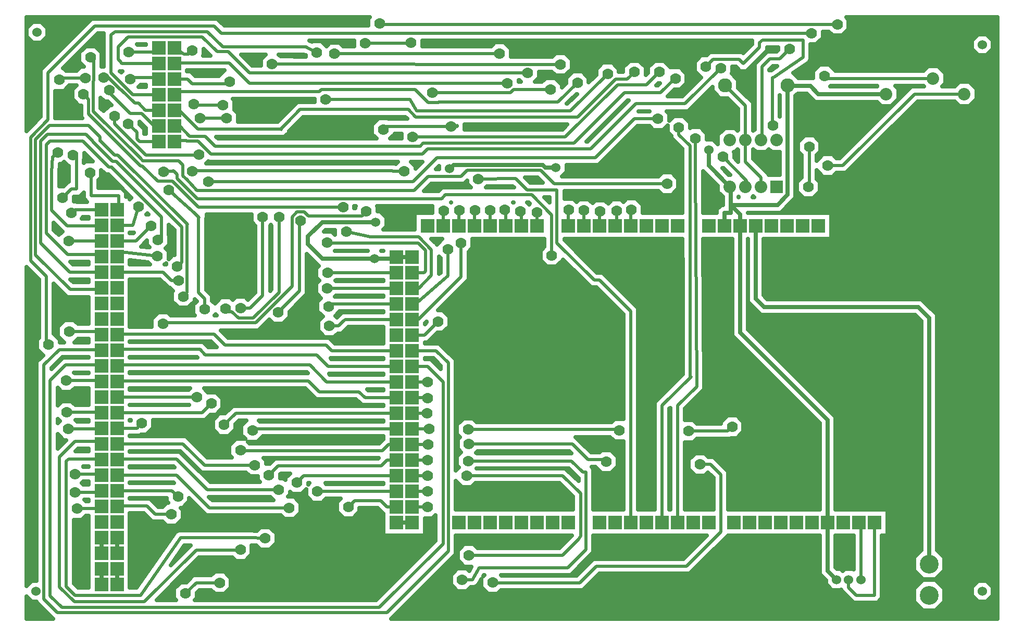
<source format=gbr>
G04 PROTEUS GERBER X2 FILE*
%TF.GenerationSoftware,Labcenter,Proteus,8.13-SP0-Build31525*%
%TF.CreationDate,2024-05-24T22:47:41+00:00*%
%TF.FileFunction,Copper,L4,Bot*%
%TF.FilePolarity,Positive*%
%TF.Part,Single*%
%TF.SameCoordinates,{d53aed65-6660-41ad-b92e-a22dc2333980}*%
%FSLAX45Y45*%
%MOMM*%
G01*
%TA.AperFunction,Conductor*%
%ADD10C,0.508000*%
%ADD11C,0.635000*%
%TA.AperFunction,ViaPad*%
%ADD12C,1.778000*%
%ADD13C,1.524000*%
%TA.AperFunction,ComponentPad*%
%ADD14R,2.286000X2.286000*%
%TA.AperFunction,ComponentPad*%
%ADD15C,2.286000*%
%ADD16C,3.048000*%
%TA.AperFunction,ComponentPad*%
%ADD17R,2.032000X2.032000*%
%ADD18C,2.032000*%
%TA.AperFunction,ComponentPad*%
%ADD19C,1.524000*%
%TA.AperFunction,OtherPad,Unknown*%
%ADD70C,1.524000*%
%TD.AperFunction*%
G36*
X+5472429Y+4854017D02*
X+5472429Y+4701463D01*
X+5364557Y+4593591D01*
X+5212003Y+4593591D01*
X+5148503Y+4657091D01*
X+5055869Y+4657091D01*
X+5055869Y+4559223D01*
X+4947997Y+4451351D01*
X+4850391Y+4451351D01*
X+4850091Y+4211961D01*
X+4822475Y+4159402D01*
X+4575342Y+3988705D01*
X+4658203Y+3905844D01*
X+4895851Y+3905844D01*
X+4895851Y+4013277D01*
X+5003723Y+4121149D01*
X+5156277Y+4121149D01*
X+5257877Y+4019549D01*
X+6687562Y+4019549D01*
X+6763762Y+4095749D01*
X+6926838Y+4095749D01*
X+7042149Y+3980438D01*
X+7042149Y+3817362D01*
X+6990336Y+3765549D01*
X+7195562Y+3765549D01*
X+7271762Y+3841749D01*
X+7434838Y+3841749D01*
X+7550149Y+3726438D01*
X+7550149Y+3563362D01*
X+7434838Y+3448051D01*
X+7271762Y+3448051D01*
X+7195562Y+3524251D01*
X+6593013Y+3524251D01*
X+5427810Y+2359048D01*
X+5274774Y+2359048D01*
X+5211273Y+2295547D01*
X+5058719Y+2295547D01*
X+4952709Y+2401557D01*
X+4952709Y+2257513D01*
X+4999746Y+2210476D01*
X+4999746Y+2057922D01*
X+4891874Y+1950050D01*
X+4739320Y+1950050D01*
X+4631448Y+2057922D01*
X+4631448Y+2210476D01*
X+4711411Y+2290439D01*
X+4711411Y+2648237D01*
X+4647911Y+2711737D01*
X+4647911Y+2864291D01*
X+4755783Y+2972163D01*
X+4908337Y+2972163D01*
X+5016209Y+2864291D01*
X+5016209Y+2711737D01*
X+4952709Y+2648237D01*
X+4952709Y+2557835D01*
X+5058719Y+2663845D01*
X+5211273Y+2663845D01*
X+5274774Y+2600344D01*
X+5327862Y+2600344D01*
X+6493067Y+3765549D01*
X+6700264Y+3765549D01*
X+6687562Y+3778251D01*
X+6228336Y+3778251D01*
X+6280149Y+3726438D01*
X+6280149Y+3563362D01*
X+6164838Y+3448051D01*
X+6001762Y+3448051D01*
X+5931912Y+3517901D01*
X+4929116Y+3517901D01*
X+4795171Y+3651846D01*
X+4646693Y+3651846D01*
X+4610099Y+3615252D01*
X+4610099Y+1953997D01*
X+4370603Y+1714501D01*
X+3835399Y+1714501D01*
X+3835399Y+1708149D01*
X+5187949Y+1708149D01*
X+5187949Y+1289051D01*
X+4089399Y+1289051D01*
X+4089398Y+370104D01*
X+4151790Y+307712D01*
X+6656604Y+307712D01*
X+6908799Y+55517D01*
X+6908799Y-3777270D01*
X+7029449Y-3897920D01*
X+7029449Y-4103080D01*
X+6884380Y-4248149D01*
X+6679220Y-4248149D01*
X+6534151Y-4103080D01*
X+6534151Y-3897920D01*
X+6654801Y-3777270D01*
X+6654801Y-49689D01*
X+6551396Y+53716D01*
X+4046582Y+53716D01*
X+3835402Y+264896D01*
X+3835402Y+317500D01*
X+3835401Y+1289051D01*
X+3835399Y+1289051D01*
X+3835399Y-181856D01*
X+5257799Y-1604256D01*
X+5257799Y-3117851D01*
X+6102349Y-3117851D01*
X+6102349Y-3536949D01*
X+6013449Y-3536949D01*
X+6013449Y-4558473D01*
X+5942773Y-4629149D01*
X+5550727Y-4629149D01*
X+5353051Y-4431473D01*
X+5353051Y-4417615D01*
X+5344717Y-4425949D01*
X+5202683Y-4425949D01*
X+5102251Y-4325517D01*
X+5102251Y-4262653D01*
X+5003801Y-4164203D01*
X+5003801Y-3536949D01*
X+3509453Y-3536949D01*
X+2889168Y-4157234D01*
X+1421848Y-4157234D01*
X+1148924Y-4430159D01*
X-179393Y-4430159D01*
X-236143Y-4486909D01*
X-388697Y-4486909D01*
X-496569Y-4379037D01*
X-496569Y-4249568D01*
X-550189Y-4347058D01*
X-607002Y-4380649D01*
X-670223Y-4380649D01*
X-733723Y-4444149D01*
X-886277Y-4444149D01*
X-994149Y-4336277D01*
X-994149Y-4183723D01*
X-886277Y-4075851D01*
X-733723Y-4075851D01*
X-696747Y-4112827D01*
X-658974Y-4044149D01*
X-776277Y-4044149D01*
X-884149Y-3936277D01*
X-884149Y-3783723D01*
X-776277Y-3675851D01*
X-623723Y-3675851D01*
X-560223Y-3739351D01*
X+767693Y-3739351D01*
X+970219Y-3536949D01*
X-915671Y-3536949D01*
X-915671Y-3846293D01*
X-1963968Y-4894590D01*
X+7894590Y-4894590D01*
X+7894590Y+4894590D01*
X+5431856Y+4894590D01*
X+5472429Y+4854017D01*
G37*
%LPC*%
G36*
X+6884380Y-4260851D02*
X+6679220Y-4260851D01*
X+6534151Y-4405920D01*
X+6534151Y-4611080D01*
X+6679220Y-4756149D01*
X+6884380Y-4756149D01*
X+7029449Y-4611080D01*
X+7029449Y-4405920D01*
X+6884380Y-4260851D01*
G37*
G36*
X+7816849Y-4516017D02*
X+7816849Y-4373983D01*
X+7716417Y-4273551D01*
X+7574383Y-4273551D01*
X+7473951Y-4373983D01*
X+7473951Y-4516017D01*
X+7574383Y-4616449D01*
X+7716417Y-4616449D01*
X+7816849Y-4516017D01*
G37*
G36*
X+7816849Y+4373983D02*
X+7816849Y+4516017D01*
X+7716417Y+4616449D01*
X+7574383Y+4616449D01*
X+7473951Y+4516017D01*
X+7473951Y+4373983D01*
X+7574383Y+4273551D01*
X+7716417Y+4273551D01*
X+7816849Y+4373983D01*
G37*
%LPD*%
G36*
X-7894590Y+3043092D02*
X-7664449Y+3273233D01*
X-7664449Y+4040313D01*
X-6833405Y+4871357D01*
X-4792770Y+4871357D01*
X-4677562Y+4756149D01*
X-2336336Y+4756149D01*
X-2336336Y+4871125D01*
X-2312871Y+4894590D01*
X-7894590Y+4894590D01*
X-7894590Y+3043092D01*
G37*
%LPC*%
G36*
X-7550151Y+4577183D02*
X-7550151Y+4719217D01*
X-7650583Y+4819649D01*
X-7792617Y+4819649D01*
X-7893049Y+4719217D01*
X-7893049Y+4577183D01*
X-7792617Y+4476751D01*
X-7650583Y+4476751D01*
X-7550151Y+4577183D01*
G37*
%LPD*%
G36*
X-7894590Y-4362824D02*
X-7805317Y-4273551D01*
X-7727949Y-4273551D01*
X-7727949Y-712027D01*
X-7621443Y-605521D01*
X-7720544Y-506420D01*
X-7720544Y-353866D01*
X-7689849Y-323171D01*
X-7689849Y+625667D01*
X-7894590Y+830408D01*
X-7894590Y-4362824D01*
G37*
G36*
X-7894590Y-4894590D02*
X-7455333Y-4894590D01*
X-7727949Y-4621974D01*
X-7727949Y-4616449D01*
X-7805317Y-4616449D01*
X-7894590Y-4527176D01*
X-7894590Y-4894590D01*
G37*
G36*
X-3253283Y+4497975D02*
X-3249097Y+4502161D01*
X-3096543Y+4502161D01*
X-3017694Y+4423312D01*
X-2959177Y+4481829D01*
X-2806623Y+4481829D01*
X-2743299Y+4418505D01*
X-2568081Y+4418668D01*
X-2568081Y+4514851D01*
X-3290395Y+4514851D01*
X-3253283Y+4497975D01*
G37*
G36*
X-6089808Y+4447444D02*
X-5952489Y+4447444D01*
X-5952489Y+4451351D01*
X-6093715Y+4451351D01*
X-6089808Y+4447444D01*
G37*
G36*
X-1456691Y+4419705D02*
X-340524Y+4420782D01*
X-276937Y+4484369D01*
X-124383Y+4484369D01*
X-16511Y+4376497D01*
X-16511Y+4249499D01*
X+647923Y+4248449D01*
X+711123Y+4311649D01*
X+863677Y+4311649D01*
X+971549Y+4203777D01*
X+971549Y+4051223D01*
X+863677Y+3943351D01*
X+711123Y+3943351D01*
X+647478Y+4006996D01*
X+439743Y+4007332D01*
X+439743Y+3912410D01*
X+368706Y+3841373D01*
X+485439Y+3841373D01*
X+548939Y+3904873D01*
X+701493Y+3904873D01*
X+809365Y+3797001D01*
X+809365Y+3747940D01*
X+878575Y+3817150D01*
X+878575Y+3904414D01*
X+986447Y+4012286D01*
X+1139001Y+4012286D01*
X+1246873Y+3904414D01*
X+1246873Y+3834601D01*
X+1369548Y+3957276D01*
X+1369548Y+4047080D01*
X+1477420Y+4154952D01*
X+1629974Y+4154952D01*
X+1737846Y+4047080D01*
X+1737846Y+4004309D01*
X+1807469Y+4004309D01*
X+1807469Y+4079059D01*
X+1915341Y+4186931D01*
X+2067895Y+4186931D01*
X+2175767Y+4079059D01*
X+2175767Y+3956101D01*
X+2208855Y+3989189D01*
X+2208855Y+4078993D01*
X+2316727Y+4186865D01*
X+2469281Y+4186865D01*
X+2576414Y+4079732D01*
X+2578877Y+4082195D01*
X+2731431Y+4082195D01*
X+2839303Y+3974323D01*
X+2839303Y+3821769D01*
X+2731431Y+3713897D01*
X+2639087Y+3713897D01*
X+2531614Y+3606424D01*
X+2765194Y+3606424D01*
X+3069942Y+3911172D01*
X+2968315Y+4012800D01*
X+2968315Y+4165354D01*
X+3076187Y+4273226D01*
X+3165991Y+4273226D01*
X+3219654Y+4326889D01*
X+3737467Y+4326889D01*
X+3756744Y+4307612D01*
X+3903457Y+4454325D01*
X+3903457Y+4514851D01*
X-1456691Y+4514851D01*
X-1456691Y+4419705D01*
G37*
G36*
X-5014530Y+4273592D02*
X-5016620Y+4271502D01*
X-4904404Y+4271502D01*
X-5014530Y+4381628D01*
X-5014530Y+4273592D01*
G37*
G36*
X-3791670Y+4288190D02*
X-3758974Y+4255494D01*
X-3356969Y+4254844D01*
X-3356969Y+4273307D01*
X-3384251Y+4288749D01*
X-3791670Y+4288190D01*
G37*
G36*
X-4398675Y+4287357D02*
X-4220654Y+4109336D01*
X-4083045Y+4109336D01*
X-4083045Y+4211267D01*
X-4006417Y+4287895D01*
X-4398675Y+4287357D01*
G37*
G36*
X+4184550Y+4035701D02*
X+4184550Y+4032063D01*
X+4213538Y+4032063D01*
X+4305601Y+4095652D01*
X+4244501Y+4095652D01*
X+4184550Y+4035701D01*
G37*
G36*
X-7300789Y+4062729D02*
X-7284643Y+4062729D01*
X-7244409Y+4022495D01*
X-7075412Y+4022495D01*
X-7011912Y+4085995D01*
X-6960645Y+4085995D01*
X-7036974Y+4162324D01*
X-7036974Y+4314878D01*
X-6929102Y+4422750D01*
X-6776548Y+4422750D01*
X-6668676Y+4314878D01*
X-6668676Y+4162324D01*
X-6673851Y+4157149D01*
X-6673851Y+4093783D01*
X-6638289Y+4093783D01*
X-6638289Y+4630059D01*
X-6733459Y+4630059D01*
X-7300789Y+4062729D01*
G37*
G36*
X-6352992Y+3996314D02*
X-6332295Y+4017011D01*
X-6373688Y+4017011D01*
X-6352992Y+3996314D01*
G37*
G36*
X-5279391Y+4009389D02*
X-5225607Y+4009389D01*
X-5149407Y+3933189D01*
X-4767657Y+3933189D01*
X-4670642Y+4030204D01*
X-5279391Y+4030204D01*
X-5279391Y+4009389D01*
G37*
G36*
X+107949Y+3841373D02*
X+142482Y+3841373D01*
X+115817Y+3868038D01*
X+107949Y+3868038D01*
X+107949Y+3841373D01*
G37*
G36*
X+2344225Y+3783315D02*
X+2367261Y+3783315D01*
X+2402513Y+3818567D01*
X+2379477Y+3818567D01*
X+2344225Y+3783315D01*
G37*
G36*
X+5175325Y+3771899D02*
X+5931912Y+3771899D01*
X+5938264Y+3778251D01*
X+5181677Y+3778251D01*
X+5175325Y+3771899D01*
G37*
G36*
X-6073065Y+3755389D02*
X-5952489Y+3755389D01*
X-5952489Y+3792633D01*
X-6035821Y+3792633D01*
X-6073065Y+3755389D01*
G37*
G36*
X+891358Y+3488689D02*
X+900961Y+3488689D01*
X+1056260Y+3643988D01*
X+1046657Y+3643988D01*
X+891358Y+3488689D01*
G37*
G36*
X-6685140Y+3414062D02*
X-6637020Y+3365942D01*
X-6536202Y+3466760D01*
X-6512663Y+3466760D01*
X-6566593Y+3520690D01*
X-6623958Y+3520690D01*
X-6685140Y+3581872D01*
X-6685140Y+3414062D01*
G37*
G36*
X+2059118Y+3361697D02*
X+2235123Y+3361697D01*
X+2238552Y+3365126D01*
X+2062547Y+3365126D01*
X+2059118Y+3361697D01*
G37*
G36*
X+4350634Y+3285952D02*
X+4356101Y+3280485D01*
X+4356101Y+3615252D01*
X+4350634Y+3620719D01*
X+4350634Y+3285952D01*
G37*
G36*
X-7284643Y+3694431D02*
X-7423151Y+3694431D01*
X-7423151Y+3255009D01*
X-6986712Y+3255009D01*
X-7004049Y+3272346D01*
X-7004049Y+3454553D01*
X-7040382Y+3454553D01*
X-7148254Y+3562425D01*
X-7148254Y+3714979D01*
X-7082036Y+3781197D01*
X-7197877Y+3781197D01*
X-7284643Y+3694431D01*
G37*
G36*
X+2900478Y+3400464D02*
X+2865140Y+3365126D01*
X+2511248Y+3365126D01*
X+2559049Y+3317325D01*
X+2559049Y+3208505D01*
X+2636083Y+3285539D01*
X+2788637Y+3285539D01*
X+2896509Y+3177667D01*
X+2896509Y+3093435D01*
X+2908223Y+3105149D01*
X+3060777Y+3105149D01*
X+3168649Y+2997277D01*
X+3168649Y+2903873D01*
X+3268219Y+2903873D01*
X+3346451Y+2825641D01*
X+3346451Y+2977138D01*
X+3461762Y+3092449D01*
X+3624838Y+3092449D01*
X+3670300Y+3046987D01*
X+3676651Y+3053338D01*
X+3676651Y+3404427D01*
X+3506027Y+3575051D01*
X+3380302Y+3575051D01*
X+3257551Y+3697802D01*
X+3257551Y+3757537D01*
X+2900478Y+3400464D01*
G37*
G36*
X-4511702Y+3542380D02*
X-4511702Y+3389826D01*
X-4513152Y+3388376D01*
X-4455442Y+3330665D01*
X-4455442Y+3191509D01*
X-3813242Y+3191509D01*
X-3491770Y+3512981D01*
X-3211922Y+3512981D01*
X-3211922Y+3564892D01*
X-4534214Y+3564892D01*
X-4511702Y+3542380D01*
G37*
G36*
X-770891Y+3119177D02*
X-770891Y+3069203D01*
X-773131Y+3066963D01*
X+817697Y+3066963D01*
X+901605Y+3150871D01*
X-770891Y+3150871D01*
X-770891Y+3119177D01*
G37*
G36*
X+4144755Y+4354379D02*
X+3806717Y+4016341D01*
X+3706771Y+4016341D01*
X+3637521Y+4085591D01*
X+3577565Y+4085591D01*
X+3577565Y+3987747D01*
X+3568932Y+3979114D01*
X+3676649Y+3871398D01*
X+3676649Y+3745673D01*
X+3917949Y+3504373D01*
X+3917949Y+3053338D01*
X+3924300Y+3046987D01*
X+3943252Y+3065939D01*
X+3943252Y+4135647D01*
X+4144554Y+4336950D01*
X+4303488Y+4336950D01*
X+4326891Y+4360353D01*
X+4326891Y+4402519D01*
X+4144755Y+4402519D01*
X+4144755Y+4354379D01*
G37*
G36*
X-6051551Y+3148773D02*
X-5977532Y+3074754D01*
X-5977532Y+2993389D01*
X-5952489Y+2993389D01*
X-5952489Y+3091518D01*
X-6051551Y+3190580D01*
X-6051551Y+3148773D01*
G37*
G36*
X-3574687Y+3088820D02*
X-3627544Y+3035963D01*
X-3627544Y+3015806D01*
X-3698219Y+2945131D01*
X-3798167Y+2945131D01*
X-3803247Y+2950211D01*
X-4809049Y+2950211D01*
X-4776027Y+2917189D01*
X-2201077Y+2917189D01*
X-2277109Y+2993221D01*
X-2277109Y+3145775D01*
X-2169237Y+3253647D01*
X-2016683Y+3253647D01*
X-2002862Y+3239826D01*
X-1703568Y+3239826D01*
X-1735425Y+3271683D01*
X-3391824Y+3271683D01*
X-3574687Y+3088820D01*
G37*
G36*
X-1908811Y+2993221D02*
X-1984843Y+2917189D01*
X-1798557Y+2917189D01*
X-1798557Y+2998528D01*
X-1908811Y+2998528D01*
X-1908811Y+2993221D01*
G37*
G36*
X+1210752Y+2871469D02*
X+1224905Y+2871469D01*
X+1741579Y+3388143D01*
X+1744320Y+3388143D01*
X+1898194Y+3542017D01*
X+1881300Y+3542017D01*
X+1210752Y+2871469D01*
G37*
G36*
X+3917949Y+2737862D02*
X+3917949Y+2589973D01*
X+4171948Y+2335974D01*
X+4171948Y+2330449D01*
X+4356101Y+2330449D01*
X+4356101Y+2698751D01*
X+4223762Y+2698751D01*
X+4178300Y+2744213D01*
X+4132838Y+2698751D01*
X+3969762Y+2698751D01*
X+3924300Y+2744213D01*
X+3917949Y+2737862D01*
G37*
G36*
X+3624838Y+2698751D02*
X+3610138Y+2698751D01*
X+3611649Y+2697240D01*
X+3611649Y+2607436D01*
X+3676651Y+2542434D01*
X+3676651Y+2737862D01*
X+3670300Y+2744213D01*
X+3624838Y+2698751D01*
G37*
G36*
X-6953251Y+2578023D02*
X-6959799Y+2571475D01*
X-6959799Y+2523367D01*
X-6936817Y+2546349D01*
X-6815042Y+2546349D01*
X-6953251Y+2684558D01*
X-6953251Y+2578023D01*
G37*
G36*
X-4968165Y+2518409D02*
X-1898139Y+2518409D01*
X-1888748Y+2509018D01*
X-1853954Y+2543811D01*
X-4936160Y+2543811D01*
X-4939462Y+2547112D01*
X-4968165Y+2518409D01*
G37*
G36*
X-1565911Y+2463556D02*
X-1565911Y+2432491D01*
X-1454591Y+2543811D01*
X-1646166Y+2543811D01*
X-1565911Y+2463556D01*
G37*
G36*
X-1234110Y+2423048D02*
X-1183623Y+2423048D01*
X-1183623Y+2473535D01*
X-1234110Y+2423048D01*
G37*
G36*
X+3526053Y+2330449D02*
X+3547392Y+2330449D01*
X+3441027Y+2436814D01*
X+3419688Y+2436814D01*
X+3526053Y+2330449D01*
G37*
G36*
X+2451177Y+3056899D02*
X+2298623Y+3056899D01*
X+2235123Y+3120399D01*
X+2036261Y+3120399D01*
X+1403793Y+2487931D01*
X+886108Y+2487931D01*
X+886108Y+2379204D01*
X+811953Y+2305049D01*
X+2379903Y+2305049D01*
X+2443403Y+2368549D01*
X+2595957Y+2368549D01*
X+2703829Y+2260677D01*
X+2703829Y+2108123D01*
X+2595957Y+2000251D01*
X+2443403Y+2000251D01*
X+2379903Y+2063751D01*
X+852169Y+2063751D01*
X+852169Y+1942234D01*
X+998597Y+1942234D01*
X+1049006Y+1891826D01*
X+1092083Y+1934903D01*
X+1244637Y+1934903D01*
X+1309471Y+1870069D01*
X+1357201Y+1917799D01*
X+1509755Y+1917799D01*
X+1562136Y+1865418D01*
X+1624293Y+1927574D01*
X+1776847Y+1927574D01*
X+1811748Y+1892672D01*
X+1863754Y+1944678D01*
X+2016308Y+1944678D01*
X+2124180Y+1836806D01*
X+2124180Y+1708149D01*
X+2771307Y+1708149D01*
X+2771307Y+2752089D01*
X+2591711Y+2931685D01*
X+2591711Y+2961613D01*
X+2528211Y+3025113D01*
X+2528211Y+3133933D01*
X+2451177Y+3056899D01*
G37*
G36*
X+295395Y+2204510D02*
X+497383Y+2204510D01*
X+413517Y+2288376D01*
X+211529Y+2288376D01*
X+295395Y+2204510D01*
G37*
G36*
X-7310238Y+2507274D02*
X-7352882Y+2507274D01*
X-7359651Y+2371895D01*
X-7359651Y+2139949D01*
X-7288973Y+2139949D01*
X-7211017Y+2217905D01*
X-7201095Y+2217905D01*
X-7201095Y+2470151D01*
X-7213677Y+2470151D01*
X-7280519Y+2536993D01*
X-7310238Y+2507274D01*
G37*
G36*
X-405237Y+2141037D02*
X-422663Y+2123611D01*
X+35050Y+2123611D01*
X+12629Y+2146032D01*
X-405237Y+2141037D01*
G37*
G36*
X-780553Y+2181750D02*
X-1310308Y+2181750D01*
X-1428309Y+2063749D01*
X-1194386Y+2063749D01*
X-1134524Y+2123611D01*
X-669537Y+2123611D01*
X-730249Y+2184323D01*
X-730249Y+2232054D01*
X-780553Y+2181750D01*
G37*
G36*
X+3682999Y+1968499D02*
X+3684014Y+1968499D01*
X+3682999Y+1969514D01*
X+3682999Y+1968499D01*
G37*
G36*
X+3910586Y+1968499D02*
X+3938014Y+1968499D01*
X+3924300Y+1982213D01*
X+3910586Y+1968499D01*
G37*
G36*
X-6676391Y+2285923D02*
X-6722111Y+2240203D01*
X-6722111Y+2114549D01*
X-6346088Y+2114549D01*
X-6275414Y+2043875D01*
X-6275414Y+1974849D01*
X-6211571Y+1974849D01*
X-6211571Y+1934351D01*
X-6186556Y+1959366D01*
X-6561450Y+2334261D01*
X-6602954Y+2334261D01*
X-6676391Y+2407698D01*
X-6676391Y+2285923D01*
G37*
G36*
X-7030473Y+1976607D02*
X-7111071Y+1976607D01*
X-7118351Y+1969327D01*
X-7118351Y+1896760D01*
X-7082815Y+1896760D01*
X-7072004Y+1885949D01*
X-6905431Y+1885949D01*
X-6963409Y+1943927D01*
X-6963409Y+2043671D01*
X-7030473Y+1976607D01*
G37*
G36*
X+610871Y+1881311D02*
X+610871Y+1963214D01*
X+528968Y+1963214D01*
X+610871Y+1881311D01*
G37*
G36*
X-991372Y+1879678D02*
X-988737Y+1882313D01*
X-994006Y+1882313D01*
X-991372Y+1879678D01*
G37*
G36*
X+18468Y+1878998D02*
X+21783Y+1882313D01*
X+15152Y+1882313D01*
X+18468Y+1878998D01*
G37*
G36*
X+278934Y+1848688D02*
X+290592Y+1860346D01*
X+268625Y+1882313D01*
X+245309Y+1882313D01*
X+278934Y+1848688D01*
G37*
G36*
X-2563085Y+1784478D02*
X-2552603Y+1784478D01*
X-2552603Y+1811435D01*
X-2541587Y+1822451D01*
X-2563085Y+1822451D01*
X-2563085Y+1784478D01*
G37*
G36*
X+3108857Y+1708149D02*
X+3327401Y+1708149D01*
X+3327401Y+1767105D01*
X+3401795Y+1841499D01*
X+3429001Y+1841499D01*
X+3429001Y+1969512D01*
X+3346451Y+2052062D01*
X+3346451Y+2150847D01*
X+3105559Y+2391739D01*
X+3108857Y+1708149D01*
G37*
G36*
X-5942321Y+1682749D02*
X-5909940Y+1682749D01*
X-5926130Y+1698940D01*
X-5942321Y+1682749D01*
G37*
G36*
X-6974943Y+1636334D02*
X-6994963Y+1616314D01*
X-6884669Y+1616314D01*
X-6884669Y+1644651D01*
X-6974943Y+1644651D01*
X-6974943Y+1636334D01*
G37*
G36*
X-2184305Y+1811435D02*
X-2184305Y+1733549D01*
X-2143863Y+1733549D01*
X-2043431Y+1633117D01*
X-2043431Y+1491083D01*
X-2093065Y+1441449D01*
X-1581149Y+1441449D01*
X-1581149Y+1708149D01*
X-1297249Y+1708149D01*
X-1297249Y+1817258D01*
X-1292056Y+1822451D01*
X-2195321Y+1822451D01*
X-2184305Y+1811435D01*
G37*
G36*
X-6211571Y+1390652D02*
X-6211571Y+1377949D01*
X-6158673Y+1377949D01*
X-6145970Y+1390652D01*
X-6159500Y+1390652D01*
X-6211571Y+1390652D01*
G37*
G36*
X-3056643Y+1408429D02*
X-2931083Y+1408429D01*
X-2876549Y+1353895D01*
X-2876549Y+1435101D01*
X-3029971Y+1435101D01*
X-3056643Y+1408429D01*
G37*
G36*
X-7448551Y+1434273D02*
X-7366452Y+1352174D01*
X-7309942Y+1408684D01*
X-7311611Y+1410354D01*
X-7448551Y+1547294D01*
X-7448551Y+1434273D01*
G37*
G36*
X-1222789Y+1198708D02*
X-1221754Y+1197672D01*
X-1130375Y+1289051D01*
X-1313132Y+1289051D01*
X-1222789Y+1198708D01*
G37*
G36*
X-6023389Y+1171989D02*
X-6031582Y+1163796D01*
X-5893324Y+1149798D01*
X-5937249Y+1193723D01*
X-5937249Y+1258129D01*
X-6023389Y+1171989D01*
G37*
G36*
X-2879015Y+1092199D02*
X-2350667Y+1092199D01*
X-2348014Y+1094852D01*
X-2876362Y+1094852D01*
X-2879015Y+1092199D01*
G37*
G36*
X-2119733Y+1092199D02*
X-2089149Y+1092199D01*
X-2089149Y+1094852D01*
X-2122386Y+1094852D01*
X-2119733Y+1092199D01*
G37*
G36*
X-5577353Y+1402622D02*
X-5577353Y+1354679D01*
X-5568951Y+1346277D01*
X-5568951Y+1193723D01*
X-5627294Y+1135380D01*
X-5579111Y+1087197D01*
X-5579111Y+960524D01*
X-5516110Y+1023525D01*
X-5490208Y+1023525D01*
X-5490208Y+1428306D01*
X-5577353Y+1515451D01*
X-5577353Y+1402622D01*
G37*
G36*
X-7138226Y+869949D02*
X-6884669Y+869949D01*
X-6884669Y+912755D01*
X-7181032Y+912755D01*
X-7138226Y+869949D01*
G37*
G36*
X-6211571Y+869949D02*
X-5882715Y+869949D01*
X-5914944Y+902178D01*
X-6211571Y+936904D01*
X-6211571Y+869949D01*
G37*
G36*
X-5643805Y+869949D02*
X-5624387Y+869949D01*
X-5623982Y+869544D01*
X-5623982Y+889772D01*
X-5643805Y+869949D01*
G37*
G36*
X-641351Y+1142923D02*
X-704851Y+1079423D01*
X-704852Y+623126D01*
X-1199959Y+128019D01*
X-1124265Y+128019D01*
X-1016393Y+20147D01*
X-1016393Y-132407D01*
X-1124265Y-240279D01*
X-1214069Y-240279D01*
X-1373839Y-400049D01*
X-1416051Y-400049D01*
X-1416051Y-412751D01*
X-1181926Y-412751D01*
X-915671Y-679006D01*
X-915671Y-2484045D01*
X-863518Y-2431892D01*
X-895349Y-2400060D01*
X-895349Y-2247506D01*
X-828344Y-2180502D01*
X-882649Y-2126197D01*
X-882649Y-1973643D01*
X-849090Y-1940084D01*
X-898779Y-1890394D01*
X-898779Y-1737840D01*
X-790907Y-1629968D01*
X-638353Y-1629968D01*
X-574853Y-1693468D01*
X+1619886Y-1693468D01*
X+1671243Y-1642111D01*
X+1809751Y-1642111D01*
X+1809751Y+58136D01*
X+1369854Y+498033D01*
X+1284332Y+498033D01*
X+829913Y+952452D01*
X+829913Y+943144D01*
X+722041Y+835272D01*
X+569487Y+835272D01*
X+461615Y+943144D01*
X+461615Y+1095698D01*
X+525115Y+1159198D01*
X+525115Y+1289051D01*
X-641351Y+1289051D01*
X-641351Y+1142923D01*
G37*
G36*
X-1187451Y+718727D02*
X-1162049Y+740798D01*
X-1162049Y+977823D01*
X-1187451Y+1003225D01*
X-1187451Y+718727D01*
G37*
G36*
X-2866896Y+606478D02*
X-2863668Y+603249D01*
X-2089149Y+603249D01*
X-2089149Y+615951D01*
X-2857423Y+615951D01*
X-2866896Y+606478D01*
G37*
G36*
X-7131407Y+583729D02*
X-6884669Y+583729D01*
X-6884669Y+628651D01*
X-7176329Y+628651D01*
X-7131407Y+583729D01*
G37*
G36*
X-3932532Y+1502757D02*
X-3932532Y+439250D01*
X-3909247Y+462535D01*
X-3909247Y+1502757D01*
X-3920890Y+1514400D01*
X-3932532Y+1502757D01*
G37*
G36*
X-2875848Y+349249D02*
X-2089149Y+349249D01*
X-2089149Y+361951D01*
X-2863146Y+361951D01*
X-2875848Y+349249D01*
G37*
G36*
X-4968652Y+1581830D02*
X-4972051Y+1578431D01*
X-4972051Y+461155D01*
X-4872992Y+362096D01*
X-4872992Y+282018D01*
X-4829646Y+238672D01*
X-4729180Y+339137D01*
X-4576626Y+339137D01*
X-4535310Y+297821D01*
X-4488115Y+345016D01*
X-4335561Y+345016D01*
X-4289114Y+298569D01*
X-4173830Y+413853D01*
X-4173830Y+1502757D01*
X-4237330Y+1566257D01*
X-4237330Y+1682784D01*
X-4962155Y+1682784D01*
X-4968652Y+1581830D01*
G37*
G36*
X-6211571Y+539751D02*
X-6211571Y-143140D01*
X-5855001Y-143140D01*
X-5855001Y-15870D01*
X-5747129Y+92002D01*
X-5594575Y+92002D01*
X-5543227Y+40654D01*
X-5152480Y+40654D01*
X-5177789Y+65963D01*
X-5177789Y+218517D01*
X-5124223Y+272083D01*
X-5159748Y+307608D01*
X-5159748Y+275020D01*
X-5267620Y+167148D01*
X-5420174Y+167148D01*
X-5528046Y+275020D01*
X-5528046Y+427574D01*
X-5513516Y+442104D01*
X-5558978Y+487565D01*
X-5583247Y+487565D01*
X-5724333Y+628651D01*
X-6211571Y+628651D01*
X-6211571Y+539751D01*
G37*
G36*
X-4834800Y+40654D02*
X-4798995Y+40654D01*
X-4816898Y+58556D01*
X-4834800Y+40654D01*
G37*
G36*
X-2873030Y+35338D02*
X-2847510Y+9816D01*
X-2762077Y+95249D01*
X-2089149Y+95249D01*
X-2089149Y+107951D01*
X-2800417Y+107951D01*
X-2873030Y+35338D01*
G37*
G36*
X-1416051Y-88073D02*
X-1416051Y-101017D01*
X-1384691Y-69657D01*
X-1384691Y-56713D01*
X-1416051Y-88073D01*
G37*
G36*
X-3333801Y+387657D02*
X-3615738Y+105720D01*
X-3615738Y+15916D01*
X-3723610Y-91956D01*
X-3876164Y-91956D01*
X-3943560Y-24560D01*
X-4119643Y-200644D01*
X-4733234Y-200644D01*
X-4613847Y-320031D01*
X-2972008Y-320031D01*
X-2879288Y-412751D01*
X-2089149Y-412751D01*
X-2089149Y-146049D01*
X-2662131Y-146049D01*
X-2766656Y-250574D01*
X-2828415Y-250574D01*
X-2891916Y-314075D01*
X-3044470Y-314075D01*
X-3152342Y-206203D01*
X-3152342Y-53649D01*
X-3076684Y+22010D01*
X-3165670Y+110996D01*
X-3165670Y+263550D01*
X-3105246Y+323974D01*
X-3187333Y+406062D01*
X-3187333Y+558616D01*
X-3133488Y+612462D01*
X-3181349Y+660323D01*
X-3181349Y+812877D01*
X-3144072Y+850154D01*
X-3169316Y+875399D01*
X-3333801Y+1039884D01*
X-3333801Y+387657D01*
G37*
G36*
X-7448551Y-257561D02*
X-7352246Y-353866D01*
X-7352246Y-394977D01*
X-7278328Y-394977D01*
X-7379914Y-293391D01*
X-7379914Y-140837D01*
X-7272042Y-32965D01*
X-7119488Y-32965D01*
X-7055988Y-96465D01*
X-6884669Y-96465D01*
X-6884669Y+342431D01*
X-7231353Y+342431D01*
X-7448551Y+559629D01*
X-7448551Y-257561D01*
G37*
G36*
X-7113202Y-394977D02*
X-6884669Y-394977D01*
X-6884669Y-337763D01*
X-7055988Y-337763D01*
X-7113202Y-394977D01*
G37*
G36*
X-6211571Y-390320D02*
X-5022971Y-390320D01*
X-4937040Y-476251D01*
X-4798871Y-476251D01*
X-4890684Y-384438D01*
X-6211571Y-384438D01*
X-6211571Y-390320D01*
G37*
G36*
X-6211571Y-641664D02*
X-5112871Y-641664D01*
X-5122917Y-631618D01*
X-6211571Y-631618D01*
X-6211571Y-641664D01*
G37*
G36*
X-2934527Y-666751D02*
X-2089149Y-666751D01*
X-2089149Y-654049D01*
X-2947229Y-654049D01*
X-2934527Y-666751D01*
G37*
G36*
X-7486651Y-811973D02*
X-7486651Y-828251D01*
X-7301758Y-643358D01*
X-6884669Y-643358D01*
X-6884669Y-636275D01*
X-7310953Y-636275D01*
X-7486651Y-811973D01*
G37*
G36*
X-1416051Y-666752D02*
X-1323514Y-666752D01*
X-1156969Y-833297D01*
X-1156969Y-778952D01*
X-1281872Y-654049D01*
X-1416051Y-654049D01*
X-1416051Y-666752D01*
G37*
G36*
X-7104303Y-897891D02*
X-6884669Y-897891D01*
X-6884669Y-884656D01*
X-7117538Y-884656D01*
X-7104303Y-897891D01*
G37*
G36*
X-6211571Y-900026D02*
X-3321896Y-900026D01*
X-3338960Y-882962D01*
X-6211571Y-882962D01*
X-6211571Y-900026D01*
G37*
G36*
X-2959927Y-920751D02*
X-2089149Y-920751D01*
X-2089149Y-908049D01*
X-2972629Y-908049D01*
X-2959927Y-920751D01*
G37*
G36*
X-6211571Y-1168937D02*
X-5258104Y-1168937D01*
X-5230491Y-1141324D01*
X-6211571Y-1141324D01*
X-6211571Y-1168937D01*
G37*
G36*
X-2339921Y-1174751D02*
X-2089149Y-1174751D01*
X-2089149Y-1162049D01*
X-2352623Y-1162049D01*
X-2339921Y-1174751D01*
G37*
G36*
X-7385138Y-1425615D02*
X-7311354Y-1351831D01*
X-7158800Y-1351831D01*
X-7095300Y-1415331D01*
X-6884669Y-1415332D01*
X-6884669Y-1139189D01*
X-7104303Y-1139189D01*
X-7167803Y-1202689D01*
X-7320357Y-1202689D01*
X-7385137Y-1137909D01*
X-7385138Y-1425615D01*
G37*
G36*
X-6211571Y-1416051D02*
X-5252288Y-1416051D01*
X-5258104Y-1410235D01*
X-6211571Y-1410235D01*
X-6211571Y-1416051D01*
G37*
G36*
X-6211571Y-1670051D02*
X-6201375Y-1670051D01*
X-6201375Y-1657349D01*
X-6211571Y-1657349D01*
X-6211571Y-1670051D01*
G37*
G36*
X-7095300Y-1656629D02*
X-7097102Y-1658431D01*
X-7073823Y-1681710D01*
X-6884669Y-1681710D01*
X-6884669Y-1656628D01*
X-7095300Y-1656629D01*
G37*
G36*
X-4102022Y-1682752D02*
X-2089149Y-1682751D01*
X-2089149Y-1670049D01*
X-4114726Y-1670048D01*
X-4102022Y-1682752D01*
G37*
G36*
X-7385138Y-1713471D02*
X-7351575Y-1679908D01*
X-7385138Y-1646345D01*
X-7385138Y-1713471D01*
G37*
G36*
X+3122708Y-1162738D02*
X+2813049Y-1472397D01*
X+2813049Y-1656113D01*
X+2942873Y-1656113D01*
X+3006373Y-1719613D01*
X+3393401Y-1719613D01*
X+3393401Y-1694551D01*
X+3501273Y-1586679D01*
X+3653827Y-1586679D01*
X+3761699Y-1694551D01*
X+3761699Y-1847105D01*
X+3653827Y-1954977D01*
X+3564023Y-1954977D01*
X+3558089Y-1960911D01*
X+3006373Y-1960911D01*
X+2942873Y-2024411D01*
X+2813049Y-2024411D01*
X+2813049Y-3117851D01*
X+3274395Y-3117851D01*
X+3274395Y-2601202D01*
X+3184610Y-2511416D01*
X+3129357Y-2566669D01*
X+2976803Y-2566669D01*
X+2868931Y-2458797D01*
X+2868931Y-2306243D01*
X+2976803Y-2198371D01*
X+3129357Y-2198371D01*
X+3192857Y-2261871D01*
X+3276308Y-2261871D01*
X+3515693Y-2501256D01*
X+3515693Y-3117851D01*
X+5003801Y-3117851D01*
X+5003801Y-1709462D01*
X+3581401Y-287062D01*
X+3581401Y+1289051D01*
X+3110879Y+1289051D01*
X+3122708Y-1162738D01*
G37*
G36*
X-4940293Y-1207194D02*
X-4812540Y-1207194D01*
X-4704668Y-1315066D01*
X-4704668Y-1467620D01*
X-4812540Y-1575492D01*
X-4902344Y-1575492D01*
X-4984201Y-1657349D01*
X-5833077Y-1657349D01*
X-5833077Y-1785320D01*
X-5940949Y-1893192D01*
X-6030753Y-1893192D01*
X-6048910Y-1911349D01*
X-6211571Y-1911349D01*
X-6211571Y-1924051D01*
X-5296727Y-1924051D01*
X-4949006Y-2271772D01*
X-4554357Y-2271772D01*
X-4597733Y-2228396D01*
X-4597733Y-2075842D01*
X-4489861Y-1967970D01*
X-4337656Y-1967970D01*
X-4400549Y-1905077D01*
X-4400549Y-1752523D01*
X-4318074Y-1670048D01*
X-4440746Y-1670048D01*
X-4494531Y-1723833D01*
X-4494531Y-1813637D01*
X-4602403Y-1921509D01*
X-4754957Y-1921509D01*
X-4862829Y-1813637D01*
X-4862829Y-1661083D01*
X-4754957Y-1553211D01*
X-4665153Y-1553211D01*
X-4540694Y-1428752D01*
X-4490720Y-1428752D01*
X-2089149Y-1428751D01*
X-2089149Y-1416049D01*
X-2439867Y-1416049D01*
X-2535999Y-1319917D01*
X-3182023Y-1319917D01*
X-3360616Y-1141324D01*
X-5006163Y-1141324D01*
X-4940293Y-1207194D01*
G37*
G36*
X-4140123Y-2012949D02*
X-4292328Y-2012949D01*
X-4268550Y-2036727D01*
X-2156549Y-2036727D01*
X-2089149Y-1969327D01*
X-2089149Y-1924049D01*
X-4051222Y-1924048D01*
X-4140123Y-2012949D01*
G37*
G36*
X-7385139Y-2121847D02*
X-7249800Y-1986508D01*
X-7289877Y-1986508D01*
X-7385138Y-1891247D01*
X-7385139Y-2121847D01*
G37*
G36*
X-7092393Y-2170345D02*
X-6884669Y-2170345D01*
X-6884669Y-2127279D01*
X-7049327Y-2127279D01*
X-7092393Y-2170345D01*
G37*
G36*
X+1284996Y-2183271D02*
X+1423113Y-2183271D01*
X+1454493Y-2151891D01*
X+1607047Y-2151891D01*
X+1714919Y-2259763D01*
X+1714919Y-2412317D01*
X+1607047Y-2520189D01*
X+1454493Y-2520189D01*
X+1358873Y-2424569D01*
X+1294046Y-2424569D01*
X+1322069Y-2452592D01*
X+1322069Y-3117851D01*
X+1809751Y-3117851D01*
X+1809751Y-2010409D01*
X+1671243Y-2010409D01*
X+1595600Y-1934766D01*
X+1036491Y-1934766D01*
X+1284996Y-2183271D01*
G37*
G36*
X-581356Y-2193202D02*
X-571423Y-2203134D01*
X+963615Y-2203134D01*
X+931050Y-2170569D01*
X-558723Y-2170569D01*
X-581356Y-2193202D01*
G37*
G36*
X-3998342Y-2316144D02*
X-3998342Y-2368551D01*
X-3936173Y-2368551D01*
X-3854161Y-2286539D01*
X-2177761Y-2286539D01*
X-2169245Y-2278023D01*
X-4036463Y-2278023D01*
X-3998342Y-2316144D01*
G37*
G36*
X-6964483Y-2419351D02*
X-6884669Y-2419351D01*
X-6884669Y-2411643D01*
X-6972191Y-2411643D01*
X-6964483Y-2419351D01*
G37*
G36*
X-6211571Y-2432013D02*
X-5482506Y-2432013D01*
X-5499500Y-2415019D01*
X-6211571Y-2415019D01*
X-6211571Y-2432013D01*
G37*
G36*
X-571742Y-2444751D02*
X+867459Y-2444751D01*
X+1080771Y-2652351D01*
X+1080771Y-2606270D01*
X+918933Y-2444432D01*
X-571423Y-2444432D01*
X-571742Y-2444751D01*
G37*
G36*
X-3765551Y-2539173D02*
X-3765551Y-2605612D01*
X-3712943Y-2605612D01*
X-3682190Y-2636365D01*
X-3682190Y-2599577D01*
X-3610450Y-2527837D01*
X-3754215Y-2527837D01*
X-3765551Y-2539173D01*
G37*
G36*
X-6211571Y-2173723D02*
X-5399552Y-2173723D01*
X-4904163Y-2669112D01*
X-4093714Y-2669112D01*
X-4133849Y-2628977D01*
X-4133849Y-2576570D01*
X-4258768Y-2576570D01*
X-4322268Y-2513070D01*
X-5048952Y-2513070D01*
X-5396673Y-2165349D01*
X-6211571Y-2165349D01*
X-6211571Y-2173723D01*
G37*
G36*
X-6211571Y-2686051D02*
X-5490769Y-2686051D01*
X-5503509Y-2673311D01*
X-6211571Y-2673311D01*
X-6211571Y-2686051D01*
G37*
G36*
X-3022523Y-2698751D02*
X-2089149Y-2698751D01*
X-2089149Y-2686049D01*
X-3035225Y-2686049D01*
X-3022523Y-2698751D01*
G37*
G36*
X-3313892Y-2710566D02*
X-3289375Y-2686049D01*
X-3313892Y-2686049D01*
X-3313892Y-2710566D01*
G37*
G36*
X-6989884Y-2686050D02*
X-6964483Y-2711451D01*
X-6884669Y-2711451D01*
X-6884669Y-2660649D01*
X-6964483Y-2660649D01*
X-6989884Y-2686050D01*
G37*
G36*
X-915671Y-3117851D02*
X+994411Y-3117851D01*
X+994411Y-2905011D01*
X+769425Y-2686049D01*
X-596823Y-2686049D01*
X-660323Y-2749549D01*
X-812877Y-2749549D01*
X-915671Y-2646755D01*
X-915671Y-3117851D01*
G37*
G36*
X-4870125Y-2965451D02*
X-3873956Y-2965451D01*
X-3928997Y-2910410D01*
X-4925166Y-2910410D01*
X-4870125Y-2965451D01*
G37*
G36*
X-6926686Y-2979100D02*
X-6884669Y-2979100D01*
X-6884669Y-2952749D01*
X-6953037Y-2952749D01*
X-6926686Y-2979100D01*
G37*
G36*
X-3421764Y-2860003D02*
X-3574318Y-2860003D01*
X-3605071Y-2829250D01*
X-3605071Y-2866038D01*
X-3640984Y-2901951D01*
X-3543223Y-2901951D01*
X-3435351Y-3009823D01*
X-3435351Y-3162377D01*
X-3543223Y-3270249D01*
X-3695777Y-3270249D01*
X-3759277Y-3206749D01*
X-4970071Y-3206749D01*
X-5245561Y-2931259D01*
X-5245561Y-2978190D01*
X-5353433Y-3086062D01*
X-5384333Y-3086062D01*
X-5354972Y-3115423D01*
X-5354972Y-3267977D01*
X-5462844Y-3375849D01*
X-5615398Y-3375849D01*
X-5678898Y-3312349D01*
X-5852562Y-3312349D01*
X-5987236Y-3177674D01*
X-6211571Y-3177674D01*
X-6211571Y-4387851D01*
X-6101393Y-4387851D01*
X-5469321Y-3482999D01*
X-5416897Y-3455671D01*
X-4270555Y-3455671D01*
X-4148386Y-3458700D01*
X-4089477Y-3399791D01*
X-3936923Y-3399791D01*
X-3829051Y-3507663D01*
X-3829051Y-3660217D01*
X-3936923Y-3768089D01*
X-4089477Y-3768089D01*
X-4156339Y-3701227D01*
X-4229435Y-3698590D01*
X-4229435Y-3843097D01*
X-4337307Y-3950969D01*
X-4489861Y-3950969D01*
X-4545741Y-3895089D01*
X-5084467Y-3895089D01*
X-5777889Y-4588511D01*
X-5460140Y-4588511D01*
X-5491002Y-4557649D01*
X-5491002Y-4405095D01*
X-5383130Y-4297223D01*
X-5293326Y-4297223D01*
X-5182257Y-4186154D01*
X-4892368Y-4186154D01*
X-4828868Y-4122654D01*
X-4676314Y-4122654D01*
X-4568442Y-4230526D01*
X-4568442Y-4383080D01*
X-4676314Y-4490952D01*
X-4828868Y-4490952D01*
X-4892368Y-4427452D01*
X-5082311Y-4427452D01*
X-5122704Y-4467845D01*
X-5122704Y-4557649D01*
X-5153566Y-4588511D01*
X-2209133Y-4588511D01*
X-1242026Y-3621404D01*
X-1242026Y-3204252D01*
X-1295323Y-3257549D01*
X-1416051Y-3257549D01*
X-1416051Y-3536949D01*
X-2089149Y-3536949D01*
X-2089149Y-3186873D01*
X-2182996Y-3093026D01*
X-2477909Y-3093026D01*
X-2477909Y-3149931D01*
X-2585781Y-3257803D01*
X-2738335Y-3257803D01*
X-2846207Y-3149931D01*
X-2846207Y-2997377D01*
X-2788879Y-2940049D01*
X-3022523Y-2940049D01*
X-3086023Y-3003549D01*
X-3238577Y-3003549D01*
X-3346449Y-2895677D01*
X-3346449Y-2784688D01*
X-3421764Y-2860003D01*
G37*
G36*
X-6211571Y-2936376D02*
X-5887289Y-2936376D01*
X-5752615Y-3071051D01*
X-5678898Y-3071051D01*
X-5615398Y-3007551D01*
X-5584498Y-3007551D01*
X-5613859Y-2978190D01*
X-5613859Y-2927349D01*
X-6211571Y-2927349D01*
X-6211571Y-2936376D01*
G37*
G36*
X+852169Y+1271440D02*
X+1384278Y+739331D01*
X+1469800Y+739331D01*
X+2051049Y+158082D01*
X+2051049Y-3117851D01*
X+2317751Y-3117851D01*
X+2317751Y-1373035D01*
X+2774951Y-915835D01*
X+2774951Y+969591D01*
X+2771307Y+973235D01*
X+2771307Y+1289051D01*
X+852169Y+1289051D01*
X+852169Y+1271440D01*
G37*
G36*
X+2559049Y-1472981D02*
X+2559049Y-3117851D01*
X+2571751Y-3117851D01*
X+2571751Y-1460279D01*
X+2559049Y-1472981D01*
G37*
G36*
X-5548883Y-4018261D02*
X-5227591Y-3696969D01*
X-5324449Y-3696969D01*
X-5548883Y-4018261D01*
G37*
G36*
X+5257799Y-4058997D02*
X+5281853Y-4083051D01*
X+5344717Y-4083051D01*
X+5373700Y-4112034D01*
X+5402683Y-4083051D01*
X+5544717Y-4083051D01*
X+5553051Y-4091385D01*
X+5553051Y-3536949D01*
X+5257799Y-3536949D01*
X+5257799Y-4058997D01*
G37*
G36*
X+1322069Y-3763474D02*
X+1322069Y-3813447D01*
X+954867Y-4180649D01*
X-174105Y-4180649D01*
X-165893Y-4188861D01*
X+1048977Y-4188861D01*
X+1321902Y-3915936D01*
X+2789222Y-3915936D01*
X+3168209Y-3536949D01*
X+1322069Y-3536949D01*
X+1322069Y-3763474D01*
G37*
G36*
X-468354Y-4198268D02*
X-450735Y-4180649D01*
X-458664Y-4180649D01*
X-468354Y-4198268D01*
G37*
G36*
X-6990186Y-3283898D02*
X-7123212Y-3283898D01*
X-7123212Y-4320736D01*
X-7056097Y-4387851D01*
X-6884669Y-4387851D01*
X-6884669Y-3220398D01*
X-6926686Y-3220398D01*
X-6990186Y-3283898D01*
G37*
D10*
X+5892800Y-3327400D02*
X+5892800Y-4508500D01*
X+5600700Y-4508500D01*
X+5473700Y-4381500D01*
X+5473700Y-4254500D01*
X+5638800Y-3327400D02*
X+5673700Y-3362300D01*
X+5673700Y-4254500D01*
X+3797300Y+2895600D02*
X+3797300Y+3454400D01*
X+3467100Y+3784600D01*
X+4051300Y+2133600D02*
X+4051300Y+2286000D01*
X+3797300Y+2540000D01*
X+3797300Y+2895600D01*
X-6675120Y-266700D02*
X-6675119Y-266700D01*
X-6675119Y-774700D02*
X-6675120Y-774700D01*
X-6675120Y-520700D02*
X-6675119Y-520700D01*
D11*
X+3708400Y+1498600D02*
X+3708400Y-234459D01*
X+5130800Y-1656859D01*
X+5130800Y-3327400D01*
X+4483100Y+3784600D02*
X+4483100Y+2006600D01*
X+4318000Y+1841500D01*
X+3556000Y+1841500D01*
X+5130800Y-3327400D02*
X+5130800Y-4111600D01*
X+5273700Y-4254500D01*
X+3556000Y+1841500D02*
X+3556000Y+1714500D01*
X+3454400Y+1714500D01*
X+3708400Y+1498600D02*
X+3708400Y+1689100D01*
X+3556000Y+1841500D01*
X+3543300Y+2133600D02*
X+3556000Y+2120900D01*
X+3556000Y+1841500D01*
X-1879600Y+990600D02*
X-1879600Y+990601D01*
X-1625600Y+990601D01*
X-1625600Y+990600D01*
X-6675120Y-4330700D02*
X-6675120Y-4076700D01*
X-6421120Y-4330700D02*
X-6421120Y-4076700D01*
X+3454400Y+1714500D02*
X+3454400Y+1498600D01*
D10*
X-6675120Y+1765300D02*
X-6675119Y+1765300D01*
X-6675120Y+749300D02*
X-6675119Y+749300D01*
D11*
X+6781800Y-4000500D02*
X+6781800Y+2914D01*
X+6604000Y+180714D01*
X+4099186Y+180714D01*
X+3962400Y+317500D01*
X+3962400Y+1498600D01*
X-6675120Y-3822700D02*
X-6675120Y-3568700D01*
X-6421120Y-3822700D02*
X-6421120Y-3568700D01*
X-1625600Y-3327400D02*
X-1625600Y-3327399D01*
X-1879600Y-3327399D01*
X-1879600Y-3327400D01*
X+6083300Y+3644900D02*
X+4981719Y+3644900D01*
X+4847774Y+3778845D01*
X+4488855Y+3778845D01*
X+4483100Y+3784600D01*
D10*
X+1930400Y+1498600D02*
X+1930400Y+1750898D01*
X+1940031Y+1760529D01*
X+1676400Y+1498600D02*
X+1700570Y+1522770D01*
X+1700570Y+1743425D01*
X+1422400Y+1498600D02*
X+1422400Y+1722572D01*
X+1433478Y+1733650D01*
X+1168400Y+1498600D02*
X+1168400Y+1750714D01*
X+1168360Y+1750754D01*
X+914400Y+1498600D02*
X+914400Y+1750165D01*
X+922320Y+1758085D01*
X-1879600Y+482600D02*
X-3002923Y+482600D01*
X-3003184Y+482339D01*
X-1879600Y+228600D02*
X-2940194Y+228600D01*
X-2981521Y+187273D01*
X-1625600Y+482600D02*
X-1519460Y+482600D01*
X-1308100Y+693960D01*
X-1308100Y+1113397D01*
X-1515503Y+1320800D01*
X-2298700Y+1320800D01*
X-2692400Y+1409700D01*
X-1879600Y-25400D02*
X-2712104Y-25400D01*
X-2740848Y-54144D01*
X-2816630Y-129926D01*
X-2968193Y-129926D01*
D11*
X-2235200Y+965200D02*
X-1905000Y+965200D01*
X-1879600Y+990600D01*
D10*
X-1113100Y+1740981D02*
X-1117600Y+1736481D01*
X-1117600Y+1498600D01*
X-5867400Y+1498600D02*
X-6108700Y+1257300D01*
X-6421120Y+1257300D01*
X-1879600Y-533400D02*
X-2929261Y-533400D01*
X-3021981Y-440680D01*
X-4663820Y-440680D01*
X-4840711Y-263789D01*
X-6418209Y-263789D01*
X-6421120Y-266700D01*
X-1879600Y-787400D02*
X-2984500Y-787400D01*
X-3175000Y-596900D01*
X-4987013Y-596900D01*
X-5072944Y-510969D01*
X-6419827Y-510969D01*
X-6433450Y-524592D01*
X-6421120Y-520700D01*
X-1879600Y-1041400D02*
X-3009900Y-1041400D01*
X-3288987Y-762313D01*
X-3311497Y-762313D01*
X-6408733Y-762313D01*
X-6421120Y-774700D01*
X-1879600Y-1295400D02*
X-2389894Y-1295400D01*
X-2486025Y-1199269D01*
X-3132049Y-1199269D01*
X-3310643Y-1020675D01*
X-6404063Y-1020675D01*
X-6430521Y-1047133D01*
X-6421120Y-1028700D01*
X-355600Y+1498600D02*
X-355600Y+1752600D01*
X-352233Y+1749233D01*
X-5763260Y+1010920D02*
X-6349858Y+1074562D01*
X-6421120Y+1003300D01*
X-1625600Y+228600D02*
X-1567588Y+228600D01*
X-1041400Y+685800D01*
X-1041400Y+1117600D01*
D11*
X+714659Y+2450221D02*
X+541899Y+2450221D01*
X+499262Y+2492858D01*
X-951263Y+2492858D01*
X-1012174Y+2431947D01*
D10*
X+6845300Y+3898900D02*
X+5118100Y+3898900D01*
X+5080000Y+3937000D01*
X+3427500Y+2620963D02*
X+3810000Y+2238463D01*
X+3810000Y+2235200D01*
X+3797300Y+2133600D01*
X+787400Y+4127500D02*
X-3898896Y+4134990D01*
X-1625600Y-3073400D02*
X-1371600Y-3073400D01*
X-5539121Y-3191700D02*
X-5802588Y-3191700D01*
X-5937263Y-3057025D01*
X-6417445Y-3057025D01*
X-6421120Y-3060700D01*
X-1625600Y-2819400D02*
X-1371600Y-2819400D01*
X-5429710Y-2901913D02*
X-5524923Y-2806700D01*
X-6421120Y-2806700D01*
X-1879600Y-2311400D02*
X-2032000Y-2311400D01*
X-2127788Y-2407188D01*
X-3804188Y-2407188D01*
X-3949700Y-2552700D01*
X-4013200Y-3583940D02*
X-4272280Y-3576320D01*
X-5387340Y-3576320D01*
X-6038502Y-4508500D01*
X-7106070Y-4508500D01*
X-7243861Y-4370709D01*
X-7243861Y-2327418D01*
X-7207437Y-2290994D01*
X-6697758Y-2290994D01*
X-6696918Y-2291834D01*
X-6675120Y-2298700D01*
X-3788598Y+1642534D02*
X-3788598Y+412562D01*
X-4204922Y-3762D01*
X-4447116Y-3762D01*
X-4552950Y+102072D01*
X-4599987Y+102072D01*
X-4652903Y+154988D01*
X-4053181Y+1642534D02*
X-4053181Y+363880D01*
X-4256194Y+160867D01*
X-4411838Y+160867D01*
X-1625600Y-2311400D02*
X-1406276Y-2311400D01*
X-1371600Y-2311306D01*
X-711200Y-2323783D02*
X+968906Y-2323783D01*
X+1147688Y-2502565D01*
X+1201420Y-2502565D01*
X+1201420Y-3763474D01*
X+904894Y-4060000D01*
X-529999Y-4060000D01*
X-640000Y-4260000D01*
X-810000Y-4260000D01*
X-3789220Y-2789761D02*
X-4954136Y-2789761D01*
X-5449526Y-2294371D01*
X-6430529Y-2294371D01*
X-6438900Y-2286000D01*
X-6421120Y-2298700D01*
X-1625600Y-1549400D02*
X-1378402Y-1549400D01*
X-1377606Y-1548604D01*
X-4888817Y-1391343D02*
X-5034174Y-1536700D01*
X-6421120Y-1536700D01*
X-1625600Y-2565400D02*
X-1371600Y-2565400D01*
X-736600Y-2565400D02*
X+818442Y-2565400D01*
X+1115060Y-2854076D01*
X+1115060Y-3544997D01*
X+1071800Y-3606000D01*
X+817644Y-3860000D01*
X-700000Y-3860000D01*
X-3619500Y-3086100D02*
X-4920098Y-3086100D01*
X-5453536Y-2552662D01*
X-6427825Y-2552662D01*
X-6443388Y-2537099D01*
X-6421120Y-2552700D01*
X-1625600Y-1295400D02*
X-1380480Y-1295400D01*
X-1373665Y-1302215D01*
X-5118327Y-1289586D02*
X-6411978Y-1289586D01*
X-6433262Y-1268302D01*
X-6421120Y-1282700D01*
X-5753100Y+1270000D02*
X-5698002Y+1325098D01*
X-5698002Y+1352647D01*
X-5753100Y+1270000D02*
X-5698002Y+1352648D01*
X-5698002Y+1352647D01*
X-6265033Y+4552631D02*
X-6294022Y+4523642D01*
D11*
X-2214880Y+1562100D02*
X-3082574Y+1562100D01*
X-3314700Y+1329974D01*
X-3314700Y+1200385D01*
X-3079515Y+965200D01*
X-2235200Y+965200D01*
D10*
X-5508772Y+2392192D02*
X-5512782Y+2396202D01*
X-1564640Y+3271520D02*
X-1685452Y+3392332D01*
X+1991618Y+4002782D02*
X+1991618Y+4000242D01*
X+1875036Y+3883660D01*
X+1684867Y+3883660D01*
X+1629826Y+3828619D01*
X+1624977Y+3828619D01*
X+1067878Y+3271520D01*
X-1564640Y+3271520D01*
X-891540Y+3119177D02*
X-904183Y+3119177D01*
X-891540Y+3131820D01*
X-891540Y+3119177D01*
X-1614408Y+2946314D02*
X-1617537Y+2943185D01*
X-6072206Y+1813290D02*
X-6159500Y+1511300D01*
X-6421120Y+1511300D01*
X-5698002Y+1352647D02*
X-5698002Y+1352648D01*
X-5698002Y+1582420D01*
X-5698002Y+1617980D02*
X-5698002Y+1643380D01*
X-5808004Y+1753382D01*
X-5820957Y+1766335D01*
X-6499860Y+2445238D01*
X-6509532Y+2454910D01*
X-6499860Y+2454910D02*
X-6509532Y+2454910D01*
X-5808004Y+1753382D02*
X-5809950Y+1753382D01*
X-5820957Y+1766335D02*
X-5822902Y+1766335D01*
X-6499860Y+2443293D01*
X-6499860Y+2445238D01*
X-6499860Y+2454910D01*
X-5698002Y+1582420D02*
X-5698002Y+1617980D01*
X-5347388Y+2312088D02*
X-5347826Y+2312526D01*
X-5347826Y+2354573D01*
X-5347826Y+2354595D01*
X-5347388Y+2312088D02*
X-5347826Y+2354573D01*
X-6814820Y+2875280D02*
X-6926580Y+2987040D01*
X-6958225Y+2987040D01*
X-5439833Y+839376D02*
X-5369560Y+909649D01*
X-5369560Y+1478280D01*
X-6437630Y+2546350D01*
X-6493343Y+2546350D01*
X-6814820Y+2867827D01*
X-6814820Y+2875280D01*
X-6958225Y+2987040D02*
X-7553961Y+2987040D01*
X-7658100Y+2882901D01*
X-7658100Y+1219201D01*
X-7188199Y+749300D01*
X-6675120Y+749300D01*
X-5343897Y+351297D02*
X-5279545Y+415649D01*
X-5279545Y+1520035D01*
X-5278120Y+1521460D01*
X-6405880Y+2649220D01*
X-6461759Y+2649220D01*
X-6690073Y+2877534D01*
X-6693984Y+2877534D01*
X-6693984Y+2944944D01*
X-6883400Y+3134360D01*
X-7518400Y+3134360D01*
X-7747000Y+2905760D01*
X-7747000Y+1028700D01*
X-7181380Y+463080D01*
X-6604000Y+463080D01*
X-6675120Y+495300D01*
X-200660Y+4300220D02*
X-2882900Y+4297680D01*
X-7386515Y+2691423D02*
X-7391400Y+2667000D01*
X-7454900Y+2628900D01*
X-7467600Y+2628900D01*
X-7480300Y+2374899D01*
X-7480300Y+1749665D01*
X-7226300Y+1495665D01*
X-6659756Y+1495665D01*
X-6651917Y+1503504D01*
X-6675120Y+1511300D01*
X+3152464Y+4089077D02*
X+3269627Y+4206240D01*
X+3687494Y+4206240D01*
X+3756744Y+4136990D01*
X+4024106Y+4404352D01*
X+4024106Y+4476533D01*
X+4070740Y+4523167D01*
X+4729833Y+4523167D01*
X+4729480Y+4241800D01*
X+4251153Y+3911414D01*
X+4229986Y+3911414D01*
X+4229986Y+3146174D01*
X+4244340Y+3131820D01*
X+4832060Y+2788014D02*
X+4832060Y+2150662D01*
X+4815597Y+2134199D01*
X+4051300Y+2895600D02*
X+4063901Y+2908201D01*
X+4063901Y+4085674D01*
X+4194528Y+4216301D01*
X+4353461Y+4216301D01*
X+4511040Y+4373880D01*
X+7353300Y+3644900D02*
X+6543040Y+3644900D01*
X+5377836Y+2479696D01*
X+5134996Y+2479696D01*
X+2519680Y+2184400D02*
X+688115Y+2184400D01*
X+463490Y+2409025D01*
X-723900Y+2409025D01*
X-830526Y+2302399D01*
X-1360281Y+2302399D01*
X-1590040Y+2072640D01*
X-5121308Y+2072640D01*
X-5285740Y+2250440D01*
X-5347388Y+2312088D01*
X-6509532Y+2454910D02*
X-6552981Y+2454910D01*
X-6975891Y+2877820D01*
X-7510780Y+2877820D01*
X-7569200Y+2819400D01*
X-7569200Y+1384300D01*
X-7218304Y+1033404D01*
X-6727471Y+1033404D01*
X-6668675Y+974608D01*
X-6675120Y+1003300D01*
X-5419201Y+608214D02*
X-5533274Y+608214D01*
X-5674360Y+749300D01*
X-6421120Y+749300D01*
X+1062724Y+3828137D02*
X+1062724Y+3830677D01*
X+748542Y+3516495D01*
X-1189383Y+3516495D01*
X-1201143Y+3504735D01*
X-1365381Y+3504735D01*
X-1577047Y+3716401D01*
X-3098800Y+3716401D01*
X-3129661Y+3685540D01*
X-5438140Y+3685540D01*
X-5488940Y+3634740D01*
X-76200Y+3819055D02*
X-76200Y+3821595D01*
X-4271175Y+3821595D01*
X-4600433Y+4150853D01*
X-5480827Y+4150853D01*
X-5488940Y+4142740D01*
X-4592320Y+3848100D02*
X-4592320Y+3850640D01*
X-4602480Y+3812540D01*
X-5199380Y+3812540D01*
X-5275580Y+3888740D01*
X-5488940Y+3888740D01*
X-6294022Y+4523642D02*
X-6403124Y+4414540D01*
X-6403124Y+4210406D01*
X-6360669Y+4167951D01*
X-6360669Y+4153509D01*
X-6344820Y+4137660D01*
X-5857240Y+4137660D01*
X-5742940Y+4142740D01*
X-6235700Y+3162300D02*
X-6098181Y+3024781D01*
X-6098181Y+2914689D01*
X-6056232Y+2872740D01*
X-5742940Y+2872740D01*
X-3748193Y+3065780D02*
X-3748193Y+3070860D01*
X-5102860Y+3070860D01*
X-5412740Y+3380740D01*
X-5514340Y+3380740D01*
X-5488940Y+3380740D01*
X-1685452Y+3392332D02*
X-3441797Y+3392332D01*
X-3659998Y+3174131D01*
X-3748193Y+3085936D01*
X-3748193Y+3070860D01*
X+3393416Y+4064024D02*
X+2815167Y+3485775D01*
X+2012574Y+3485775D01*
X+1794293Y+3267494D01*
X+1791552Y+3267494D01*
X+1274878Y+2750820D01*
X-1369060Y+2750820D01*
X-1455420Y+2664460D01*
X-4886187Y+2664460D01*
X-4890394Y+2668667D01*
X-4896246Y+2668667D01*
X-5105399Y+2877820D01*
X-5288280Y+2877820D01*
X-5288280Y+2891150D01*
X-5501034Y+2892352D01*
X-5488940Y+2872740D01*
X+255594Y+3988687D02*
X-4270627Y+3988687D01*
X-4613408Y+4331468D01*
X-4793748Y+4331468D01*
X-5034280Y+4572000D01*
X-6242122Y+4572000D01*
X-6290480Y+4523642D01*
X-6294022Y+4523642D01*
X-5508772Y+2392192D02*
X-5510216Y+2396202D01*
X-5504763Y+2396202D02*
X-5510216Y+2396202D01*
X-5512782Y+2396202D01*
X-1614408Y+2946314D02*
X-1614408Y+2949192D01*
X+1553697Y+3970803D02*
X+950934Y+3368040D01*
X-1549400Y+3368040D01*
X-1661160Y+3556000D01*
X-3027773Y+3556000D01*
X-3172820Y+4318012D02*
X-3352800Y+4409440D01*
X-4699067Y+4407593D01*
X-4949834Y+4658360D01*
X-6452689Y+4658360D01*
X-6517640Y+4610503D01*
X-6517640Y+3990341D01*
X-6162039Y+3634740D01*
X-5742940Y+3634740D01*
X-5417848Y+2560292D02*
X-6001992Y+2560292D01*
X-6038850Y+2597150D01*
X-5347826Y+2354595D02*
X-5349240Y+2491683D01*
X-5417848Y+2560292D01*
X-6038850Y+2597150D02*
X-6805788Y+3364088D01*
X-6805788Y+3850546D01*
X-6794500Y+3861834D01*
X-6794500Y+4180276D01*
X-6852825Y+4238601D01*
X-6229585Y+4326795D02*
X-5812885Y+4326795D01*
X-5742940Y+4396740D01*
X-5510216Y+2396202D02*
X-5506945Y+2394019D01*
X-5493823Y+2385262D01*
X-5493820Y+2385260D01*
X-5493821Y+2385260D01*
X-5664200Y+2379980D01*
X-6547681Y+3704839D02*
X-6518294Y+3696354D01*
X-6604000Y+3721100D01*
X-6498926Y+3623645D01*
X-6203681Y+3328400D01*
X-6018749Y+3328400D01*
X-5817089Y+3126740D01*
X-5742940Y+3126740D01*
X-5504763Y+2396202D02*
X-5506945Y+2394019D01*
X-5508772Y+2392192D01*
X+645764Y+1019421D02*
X+645764Y+1675796D01*
X+318598Y+2002962D01*
X-1084551Y+2002962D01*
X-1144413Y+1943100D01*
X-3420389Y+1943100D01*
X-3422929Y+1940560D01*
X-5115560Y+1940560D01*
X-5444037Y+2269037D01*
X-5444037Y+2335476D01*
X-5493821Y+2385260D01*
X-5493820Y+2385260D01*
X-5493823Y+2385262D01*
X-5504763Y+2396202D01*
X-6593766Y+3949625D02*
X-6633757Y+3909634D01*
X-6964105Y+3638702D02*
X-6883400Y+3557997D01*
X-6883400Y+3420701D01*
X-6883400Y+3377385D01*
X-2747234Y+1803433D02*
X-5101070Y+1803433D01*
X-5522677Y+2225040D01*
X-5758181Y+2225040D01*
X-6009821Y+2476680D01*
X-6037761Y+2476680D01*
X-6883400Y+3322319D01*
X-6883400Y+3377385D01*
X-5742940Y+3380740D02*
X-5961958Y+3380740D01*
X-6074756Y+3493538D01*
X-6133062Y+3493538D01*
X-6359582Y+3720058D01*
X-6364199Y+3720058D01*
X-6593766Y+3949625D01*
X-1625600Y-787400D02*
X-1373488Y-787400D01*
X-1121377Y-1039511D01*
X-1121377Y-3671377D01*
X-2159160Y-4709160D01*
X-7317740Y-4709160D01*
X-7505791Y-4521109D01*
X-7505785Y-1018007D01*
X-7251785Y-764007D01*
X-6685813Y-764007D01*
X-6675120Y-774700D01*
X-1879600Y-2057400D02*
X-2006600Y-2057400D01*
X-2106575Y-2157375D01*
X-4408328Y-2157375D01*
X-4413584Y-2152119D01*
X-4413584Y-3766820D02*
X-4420026Y-3774440D01*
X-5134440Y-3774440D01*
X-5975180Y-4615180D01*
X-7112220Y-4615180D01*
X-7353300Y-4374100D01*
X-7353300Y-2260630D01*
X-7099300Y-2006630D01*
X-6718333Y-2006630D01*
X-6688387Y-2036576D01*
X-6675120Y-2044700D01*
X-1879600Y-2565400D02*
X-3387587Y-2565400D01*
X-3498041Y-2675854D01*
X-7104260Y-2540000D02*
X-6705600Y-2540000D01*
X-6692900Y-2552700D01*
X-6675120Y-2552700D01*
X-1625600Y-533400D02*
X-1231899Y-533400D01*
X-1036320Y-728979D01*
X-1036320Y-3796320D01*
X-2030440Y-4790440D01*
X-7388861Y-4790440D01*
X-7607300Y-4572001D01*
X-7607300Y-762000D01*
X-7360926Y-515626D01*
X-6680194Y-515626D01*
X-6675120Y-520700D01*
X-1879600Y-1803400D02*
X-4191000Y-1803400D01*
X-4216400Y-1828800D01*
X-7213600Y-1802359D02*
X-6686779Y-1802359D01*
X-6675120Y-1790700D01*
X-5488940Y+4396740D02*
X-5336540Y+4295140D01*
X-5255948Y+4295140D01*
X-5198679Y+4352409D01*
X-5198679Y+4349869D01*
X-1879600Y-2819400D02*
X-3154955Y-2819400D01*
X-3157093Y-2821538D01*
X-3160162Y-2821538D01*
X-3162300Y-2819400D01*
X-7104260Y-2832100D02*
X-6700520Y-2832100D01*
X-6675120Y-2806700D01*
X-1625600Y-2057400D02*
X-1358900Y-2057400D01*
X-698500Y-2049920D02*
X+981023Y-2049920D01*
X+1235023Y-2303920D01*
X+1498650Y-2303920D01*
X+1530770Y-2336040D01*
X-4182491Y-2392421D02*
X-4998979Y-2392421D01*
X-5346700Y-2044700D01*
X-6421120Y-2044700D01*
X+1098950Y-4309510D02*
X-292705Y-4309510D01*
X-305670Y-4309510D01*
X-312420Y-4302760D01*
X+3053080Y-2382520D02*
X+3226335Y-2382520D01*
X+3395044Y-2551229D01*
X+3395044Y-3480736D01*
X+2839195Y-4036585D01*
X+1371875Y-4036585D01*
X+1098950Y-4309510D01*
X-292705Y-4309510D02*
X-312420Y-4302760D01*
X+2393004Y+4002716D02*
X+2187588Y+3797300D01*
X+1718656Y+3797300D01*
X+867670Y+2946314D01*
X-1614408Y+2946314D01*
X+2655154Y+3898046D02*
X+2655154Y+3900586D01*
X+2417234Y+3662666D01*
X+1831327Y+3662666D01*
X+1010921Y+2842260D01*
X-1447800Y+2842260D01*
X-1493520Y+2796540D01*
X-4826000Y+2796540D01*
X-4988560Y+2959100D01*
X-5242560Y+2959100D01*
X-5405201Y+3121741D01*
X-5512458Y+3121741D01*
X-5488940Y+3126740D01*
X-1625600Y-1041400D02*
X-1374964Y-1041400D01*
X-1371301Y-1045063D01*
X+4871720Y+4635500D02*
X-4727535Y+4635500D01*
X-4842743Y+4750708D01*
X-6783432Y+4750708D01*
X-7543800Y+3990340D01*
X-7543800Y+3223260D01*
X-7825929Y+2941131D01*
X-7825929Y+932369D01*
X-7569200Y+675640D01*
X-7569200Y-397338D01*
X-7536395Y-430143D01*
X-7244080Y-1018540D02*
X-6685279Y-1018540D01*
X-6675119Y-1028700D01*
X-6675120Y-1028700D01*
X-1640840Y+4483100D02*
X-1649463Y+4474477D01*
X-2383932Y+4474477D01*
X-4695851Y+3466103D02*
X-5152649Y+3466103D01*
X-5168893Y+3482347D01*
X-6935635Y+3901846D02*
X-7337654Y+3901846D01*
X-7360920Y+3878580D01*
X-6860540Y+2362200D02*
X-6842760Y+2362200D01*
X-6842760Y+1993900D01*
X-6396062Y+1993900D01*
X-6396062Y+1735852D01*
X-6421120Y+1765300D01*
X-6675120Y+1765300D02*
X-7106403Y+1765300D01*
X-7159092Y+1712611D01*
X+2374900Y+3241048D02*
X+1986288Y+3241048D01*
X+1353820Y+2608580D01*
X-1219200Y+2608580D01*
X-1609155Y+2218625D01*
X-4937760Y+2222500D01*
X-5201920Y+2390140D02*
X-5097780Y+2397760D01*
X-5201834Y+2387692D01*
X-5097780Y+2397760D01*
X-1948113Y+2397760D01*
X-1937697Y+2387279D01*
X-1879600Y-3073400D02*
X-2032000Y-3073400D01*
X-2133023Y-2972377D01*
X-2560781Y-2972377D01*
X-2662058Y-3073654D01*
X-7066463Y-3099749D02*
X-6714169Y-3099749D01*
X-6675120Y-3060700D01*
X-1625600Y-1803400D02*
X-1346951Y-1803400D01*
X-714630Y-1814117D02*
X+1735377Y-1814117D01*
X+1747520Y-1826260D01*
X+2866596Y-1840262D02*
X+3508116Y-1840262D01*
X+3577550Y-1770828D01*
X+5288280Y+4777740D02*
X-2135079Y+4777740D01*
X-2152187Y+4794848D01*
X-1879600Y+736600D02*
X-2997200Y+736600D01*
X-1879600Y-1549400D02*
X-4490720Y-1549400D01*
X-4678680Y-1737360D01*
X-4752591Y-4306803D02*
X-5132284Y-4306803D01*
X-5306853Y-4481372D01*
X-7235077Y-1535980D02*
X-6675840Y-1535980D01*
X-6675120Y-1536700D01*
X-1625600Y+736600D02*
X-1428702Y+736600D01*
X-1401557Y+763745D01*
X-1401557Y+1097241D01*
X-1519817Y+1215501D01*
X-3017520Y+1215501D01*
X-3011913Y+1225829D01*
X-3007360Y+1224280D01*
X+406400Y+1498600D02*
X+406400Y+1715729D01*
X+407216Y+1716545D01*
X+152400Y+1498600D02*
X+152400Y+1714796D01*
X+133546Y+1733650D01*
X-101600Y+1498600D02*
X-101600Y+1738639D01*
X-121046Y+1758085D01*
X+2692400Y-3327400D02*
X+2692400Y-1422424D01*
X+3001818Y-1113006D01*
X+2984500Y+2476500D01*
X+2984500Y+2921000D01*
X+2712360Y+3101390D02*
X+2712360Y+2981658D01*
X+2891956Y+2802062D01*
X+2891956Y+1023208D01*
X+2895600Y+1019564D01*
X+2895600Y-952500D01*
X+2908908Y-952500D01*
X+2438400Y-1423008D01*
X+2438400Y-3327400D01*
D11*
X+3543300Y+2133600D02*
X+3197202Y+2479698D01*
X+3197202Y+2732424D01*
D10*
X-863600Y+1498600D02*
X-863600Y+1747024D01*
X-854829Y+1755795D01*
X-1625600Y-25400D02*
X-1524000Y-25400D01*
X-825500Y+673100D01*
X-825500Y+1219200D01*
X-3435350Y+1585618D02*
X-3454450Y+1566518D01*
X-3454450Y+437630D01*
X-3799887Y+92193D01*
X-7200900Y+1257300D02*
X-6675120Y+1257300D01*
X-7137400Y+2654300D02*
X-7080447Y+2597347D01*
X-7080447Y+2097256D01*
X-7161044Y+2097256D01*
X-7302500Y+1955800D01*
X-7195765Y-217114D02*
X-6724706Y-217114D01*
X-6675120Y-266700D01*
X-5089301Y+1631804D02*
X-5092251Y+1634754D01*
X-5100767Y+1643270D01*
X-5164259Y+1706762D01*
X-5089301Y+1631804D02*
X-5088832Y+1636212D01*
X-5092251Y+1634754D01*
X-5164259Y+1706762D02*
X-5389880Y+1917795D01*
X-5583387Y+2082681D01*
X-1625600Y-279400D02*
X-1423812Y-279400D01*
X-1200542Y-56130D01*
X-4993640Y+142240D02*
X-4993640Y+312122D01*
X-5092700Y+411182D01*
X-5092700Y+1628405D01*
X-5089301Y+1631804D01*
X+1930400Y-3327400D02*
X+1930400Y+108109D01*
X+1419827Y+618682D01*
X+1334305Y+618682D01*
X+731520Y+1221467D01*
X+731520Y+2083862D01*
X+245421Y+2083862D01*
X+62004Y+2267279D01*
X-546100Y+2260600D01*
X+625216Y+3720724D02*
X+26498Y+3720724D01*
X-24737Y+3669489D01*
X-1295400Y+3670300D01*
X-4639591Y+3254388D02*
X-5067629Y+3254388D01*
X-5072332Y+3249685D01*
X-5087620Y+2659380D02*
X-5163655Y+2649220D01*
X-5948830Y+2649220D01*
X-6459925Y+3160315D01*
X-6459925Y+3282611D01*
X-6205220Y+3883660D02*
X-6172999Y+3913282D01*
X-5767482Y+3913282D01*
X-5742940Y+3888740D01*
X-2368454Y+1735158D02*
X-2439783Y+1663829D01*
X-3311554Y+1663829D01*
X-3375004Y+1727279D01*
X-3493510Y+1727279D01*
X-3575011Y+1645778D01*
X-3575011Y+514610D01*
X-4169616Y-79995D01*
X-5658700Y-79995D01*
X-5670852Y-92147D01*
X-6017226Y-1709043D02*
X-6098883Y-1790700D01*
X-6421120Y-1790700D01*
X-904183Y+3119177D02*
X-990600Y+3119177D01*
X-2043281Y+3119177D01*
X-2092960Y+3069498D01*
X-609600Y+1498600D02*
X-609600Y+1750066D01*
X-603871Y+1755795D01*
X-1750060Y+2387279D02*
X-1937632Y+2387279D01*
X-1937697Y+2387279D01*
X-1948113Y+2397760D02*
X-1937632Y+2387279D01*
D12*
X+1940031Y+1760529D03*
X+1700570Y+1743425D03*
X+1433478Y+1733650D03*
X+1168360Y+1750754D03*
X+922320Y+1758085D03*
X-3003184Y+482339D03*
X-2981521Y+187273D03*
X-2692400Y+1409700D03*
X-2968193Y-129926D03*
X-5867400Y+1498600D03*
X+1062724Y+3828137D03*
X-352233Y+1749233D03*
X-5763260Y+1010920D03*
X-1041400Y+1117600D03*
X-76200Y+3819055D03*
D13*
X+714659Y+2450221D03*
X-1012174Y+2431947D03*
D12*
X+5080000Y+3937000D03*
X+3427500Y+2620963D03*
X+787400Y+4127500D03*
X-3898896Y+4134990D03*
X-4592320Y+3848100D03*
X-1371600Y-3073400D03*
X-5539121Y-3191700D03*
X-1371600Y-2819400D03*
X-5429710Y-2901913D03*
X-3949700Y-2552700D03*
X-4013200Y-3583940D03*
X-3788598Y+1642534D03*
X-4652903Y+154988D03*
X-4053181Y+1642534D03*
X-4411838Y+160867D03*
X-1371600Y-2311306D03*
X-711200Y-2323783D03*
X-810000Y-4260000D03*
X-3789220Y-2789761D03*
X-1377606Y-1548604D03*
X-4888817Y-1391343D03*
X-1371600Y-2565400D03*
X-736600Y-2565400D03*
X-700000Y-3860000D03*
X-3619500Y-3086100D03*
X-1373665Y-1302215D03*
X-5118327Y-1289586D03*
X-5753100Y+1270000D03*
D13*
X-2214880Y+1562100D03*
X-2235200Y+965200D03*
D12*
X-6235700Y+3162300D03*
X+1991618Y+4002782D03*
X-2092960Y+3069498D03*
X-6072206Y+1813290D03*
X-5439833Y+839376D03*
X+3393416Y+4064024D03*
X-5343897Y+351297D03*
X-200660Y+4300220D03*
X-2882900Y+4297680D03*
X-7386515Y+2691423D03*
X+3152464Y+4089077D03*
X+4244340Y+3131820D03*
X+4832060Y+2788014D03*
X+4815597Y+2134199D03*
X+645764Y+1019421D03*
X+4511040Y+4373880D03*
X+5134996Y+2479696D03*
X+2519680Y+2184400D03*
X-5419201Y+608214D03*
X+255594Y+3988687D03*
X-1614408Y+2949192D03*
X-2747234Y+1803433D03*
X+1553697Y+3970803D03*
X-3027773Y+3556000D03*
X-3172820Y+4318012D03*
X-6852825Y+4238601D03*
X-6229585Y+4326795D03*
X-5664200Y+2379980D03*
X-6547681Y+3704839D03*
X-6633757Y+3909634D03*
X-6964105Y+3638702D03*
X-4413584Y-2152119D03*
X-4413584Y-3766820D03*
X-3498041Y-2675854D03*
X-7104260Y-2540000D03*
X-4216400Y-1828800D03*
X-7213600Y-1802359D03*
X-5198679Y+4349869D03*
X-3162300Y-2819400D03*
X-7104260Y-2832100D03*
X-1358900Y-2057400D03*
X-698500Y-2049920D03*
X+1530770Y-2336040D03*
X+3053080Y-2382520D03*
X-312420Y-4302760D03*
X-4182491Y-2392421D03*
X+2393004Y+4002716D03*
X+2655154Y+3898046D03*
X-1371301Y-1045063D03*
X+4871720Y+4635500D03*
X-7536395Y-430143D03*
X-7244080Y-1018540D03*
X-1640840Y+4483100D03*
X-2383932Y+4474477D03*
X-4695851Y+3466103D03*
X-5168893Y+3482347D03*
X-6935635Y+3901846D03*
X-7360920Y+3878580D03*
X-6860540Y+2362200D03*
X-7159092Y+1712611D03*
X-5201920Y+2390140D03*
X-1750060Y+2387279D03*
X+2374900Y+3241048D03*
X-4937760Y+2222500D03*
X-2662058Y-3073654D03*
X-7066463Y-3099749D03*
X-1346951Y-1803400D03*
X-714630Y-1814117D03*
X+1747520Y-1826260D03*
X+2866596Y-1840262D03*
X+3577550Y-1770828D03*
X+5288280Y+4777740D03*
X-2152187Y+4794848D03*
X-2997200Y+736600D03*
X-4678680Y-1737360D03*
X-4752591Y-4306803D03*
X-5306853Y-4481372D03*
X-7235077Y-1535980D03*
X-3007360Y+1224280D03*
X+407216Y+1716545D03*
X+133546Y+1733650D03*
X-121046Y+1758085D03*
X+2984500Y+2921000D03*
X+2712360Y+3101390D03*
D13*
X+3197202Y+2732424D03*
D12*
X-854829Y+1755795D03*
X-825500Y+1219200D03*
X-3435350Y+1585618D03*
X-3799887Y+92193D03*
X-7200900Y+1257300D03*
X-5583387Y+2082681D03*
X-7137400Y+2654300D03*
X-7302500Y+1955800D03*
X-7195765Y-217114D03*
X-1200542Y-56130D03*
X-4993640Y+142240D03*
X-546100Y+2260600D03*
X+625216Y+3720724D03*
X-1295400Y+3670300D03*
X-4639591Y+3254388D03*
X-5072332Y+3249685D03*
X-5087620Y+2659380D03*
X-6459925Y+3282611D03*
X-6205220Y+3883660D03*
X-2368454Y+1735158D03*
X-5670852Y-92147D03*
X-6017226Y-1709043D03*
X-990600Y+3119177D03*
X-1113100Y+1740981D03*
X-603871Y+1755795D03*
D11*
X+5472429Y+4854017D02*
X+5472429Y+4701463D01*
X+5364557Y+4593591D01*
X+5212003Y+4593591D01*
X+5148503Y+4657091D01*
X+5055869Y+4657091D01*
X+5055869Y+4559223D01*
X+4947997Y+4451351D01*
X+4850391Y+4451351D01*
X+4850091Y+4211961D01*
X+4822475Y+4159402D01*
X+4575342Y+3988705D01*
X+4658203Y+3905844D01*
X+4895851Y+3905844D01*
X+4895851Y+4013277D01*
X+5003723Y+4121149D01*
X+5156277Y+4121149D01*
X+5257877Y+4019549D01*
X+6687562Y+4019549D01*
X+6763762Y+4095749D01*
X+6926838Y+4095749D01*
X+7042149Y+3980438D01*
X+7042149Y+3817362D01*
X+6990336Y+3765549D01*
X+7195562Y+3765549D01*
X+7271762Y+3841749D01*
X+7434838Y+3841749D01*
X+7550149Y+3726438D01*
X+7550149Y+3563362D01*
X+7434838Y+3448051D01*
X+7271762Y+3448051D01*
X+7195562Y+3524251D01*
X+6593013Y+3524251D01*
X+5427810Y+2359048D01*
X+5274774Y+2359048D01*
X+5211273Y+2295547D01*
X+5058719Y+2295547D01*
X+4952709Y+2401557D01*
X+4952709Y+2257513D01*
X+4999746Y+2210476D01*
X+4999746Y+2057922D01*
X+4891874Y+1950050D01*
X+4739320Y+1950050D01*
X+4631448Y+2057922D01*
X+4631448Y+2210476D01*
X+4711411Y+2290439D01*
X+4711411Y+2648237D01*
X+4647911Y+2711737D01*
X+4647911Y+2864291D01*
X+4755783Y+2972163D01*
X+4908337Y+2972163D01*
X+5016209Y+2864291D01*
X+5016209Y+2711737D01*
X+4952709Y+2648237D01*
X+4952709Y+2557835D01*
X+5058719Y+2663845D01*
X+5211273Y+2663845D01*
X+5274774Y+2600344D01*
X+5327862Y+2600344D01*
X+6493067Y+3765549D01*
X+6700264Y+3765549D01*
X+6687562Y+3778251D01*
X+6228336Y+3778251D01*
X+6280149Y+3726438D01*
X+6280149Y+3563362D01*
X+6164838Y+3448051D01*
X+6001762Y+3448051D01*
X+5931912Y+3517901D01*
X+4929116Y+3517901D01*
X+4795171Y+3651846D01*
X+4646693Y+3651846D01*
X+4610099Y+3615252D01*
X+4610099Y+1953997D01*
X+4370603Y+1714501D01*
X+3835399Y+1714501D01*
X+3835399Y+1708149D01*
X+5187949Y+1708149D01*
X+5187949Y+1289051D01*
X+4089399Y+1289051D01*
X+4089398Y+370104D01*
X+4151790Y+307712D01*
X+6656604Y+307712D01*
X+6908799Y+55517D01*
X+6908799Y-3777270D01*
X+7029449Y-3897920D01*
X+7029449Y-4103080D01*
X+6884380Y-4248149D01*
X+6679220Y-4248149D01*
X+6534151Y-4103080D01*
X+6534151Y-3897920D01*
X+6654801Y-3777270D01*
X+6654801Y-49689D01*
X+6551396Y+53716D01*
X+4046582Y+53716D01*
X+3835402Y+264896D01*
X+3835402Y+317500D01*
X+3835401Y+1289051D01*
X+3835399Y+1289051D01*
X+3835399Y-181856D01*
X+5257799Y-1604256D01*
X+5257799Y-3117851D01*
X+6102349Y-3117851D01*
X+6102349Y-3536949D01*
X+6013449Y-3536949D01*
X+6013449Y-4558473D01*
X+5942773Y-4629149D01*
X+5550727Y-4629149D01*
X+5353051Y-4431473D01*
X+5353051Y-4417615D01*
X+5344717Y-4425949D01*
X+5202683Y-4425949D01*
X+5102251Y-4325517D01*
X+5102251Y-4262653D01*
X+5003801Y-4164203D01*
X+5003801Y-3536949D01*
X+3509453Y-3536949D01*
X+2889168Y-4157234D01*
X+1421848Y-4157234D01*
X+1148924Y-4430159D01*
X-179393Y-4430159D01*
X-236143Y-4486909D01*
X-388697Y-4486909D01*
X-496569Y-4379037D01*
X-496569Y-4249568D01*
X-550189Y-4347058D01*
X-607002Y-4380649D01*
X-670223Y-4380649D01*
X-733723Y-4444149D01*
X-886277Y-4444149D01*
X-994149Y-4336277D01*
X-994149Y-4183723D01*
X-886277Y-4075851D01*
X-733723Y-4075851D01*
X-696747Y-4112827D01*
X-658974Y-4044149D01*
X-776277Y-4044149D01*
X-884149Y-3936277D01*
X-884149Y-3783723D01*
X-776277Y-3675851D01*
X-623723Y-3675851D01*
X-560223Y-3739351D01*
X+767693Y-3739351D01*
X+970219Y-3536949D01*
X-915671Y-3536949D01*
X-915671Y-3846293D01*
X-1963968Y-4894590D01*
X+7894590Y-4894590D01*
X+7894590Y+4894590D01*
X+5431856Y+4894590D01*
X+5472429Y+4854017D01*
X+6884380Y-4260851D02*
X+6679220Y-4260851D01*
X+6534151Y-4405920D01*
X+6534151Y-4611080D01*
X+6679220Y-4756149D01*
X+6884380Y-4756149D01*
X+7029449Y-4611080D01*
X+7029449Y-4405920D01*
X+6884380Y-4260851D01*
X+7816849Y-4516017D02*
X+7816849Y-4373983D01*
X+7716417Y-4273551D01*
X+7574383Y-4273551D01*
X+7473951Y-4373983D01*
X+7473951Y-4516017D01*
X+7574383Y-4616449D01*
X+7716417Y-4616449D01*
X+7816849Y-4516017D01*
X+7816849Y+4373983D02*
X+7816849Y+4516017D01*
X+7716417Y+4616449D01*
X+7574383Y+4616449D01*
X+7473951Y+4516017D01*
X+7473951Y+4373983D01*
X+7574383Y+4273551D01*
X+7716417Y+4273551D01*
X+7816849Y+4373983D01*
X-7894590Y+3043092D02*
X-7664449Y+3273233D01*
X-7664449Y+4040313D01*
X-6833405Y+4871357D01*
X-4792770Y+4871357D01*
X-4677562Y+4756149D01*
X-2336336Y+4756149D01*
X-2336336Y+4871125D01*
X-2312871Y+4894590D01*
X-7894590Y+4894590D01*
X-7894590Y+3043092D01*
X-7550151Y+4577183D02*
X-7550151Y+4719217D01*
X-7650583Y+4819649D01*
X-7792617Y+4819649D01*
X-7893049Y+4719217D01*
X-7893049Y+4577183D01*
X-7792617Y+4476751D01*
X-7650583Y+4476751D01*
X-7550151Y+4577183D01*
X-7894590Y-4362824D02*
X-7805317Y-4273551D01*
X-7727949Y-4273551D01*
X-7727949Y-712027D01*
X-7621443Y-605521D01*
X-7720544Y-506420D01*
X-7720544Y-353866D01*
X-7689849Y-323171D01*
X-7689849Y+625667D01*
X-7894590Y+830408D01*
X-7894590Y-4362824D01*
X-7894590Y-4894590D02*
X-7455333Y-4894590D01*
X-7727949Y-4621974D01*
X-7727949Y-4616449D01*
X-7805317Y-4616449D01*
X-7894590Y-4527176D01*
X-7894590Y-4894590D01*
X-3253283Y+4497975D02*
X-3249097Y+4502161D01*
X-3096543Y+4502161D01*
X-3017694Y+4423312D01*
X-2959177Y+4481829D01*
X-2806623Y+4481829D01*
X-2743299Y+4418505D01*
X-2568081Y+4418668D01*
X-2568081Y+4514851D01*
X-3290395Y+4514851D01*
X-3253283Y+4497975D01*
X-6089808Y+4447444D02*
X-5952489Y+4447444D01*
X-5952489Y+4451351D01*
X-6093715Y+4451351D01*
X-6089808Y+4447444D01*
X-1456691Y+4419705D02*
X-340524Y+4420782D01*
X-276937Y+4484369D01*
X-124383Y+4484369D01*
X-16511Y+4376497D01*
X-16511Y+4249499D01*
X+647923Y+4248449D01*
X+711123Y+4311649D01*
X+863677Y+4311649D01*
X+971549Y+4203777D01*
X+971549Y+4051223D01*
X+863677Y+3943351D01*
X+711123Y+3943351D01*
X+647478Y+4006996D01*
X+439743Y+4007332D01*
X+439743Y+3912410D01*
X+368706Y+3841373D01*
X+485439Y+3841373D01*
X+548939Y+3904873D01*
X+701493Y+3904873D01*
X+809365Y+3797001D01*
X+809365Y+3747940D01*
X+878575Y+3817150D01*
X+878575Y+3904414D01*
X+986447Y+4012286D01*
X+1139001Y+4012286D01*
X+1246873Y+3904414D01*
X+1246873Y+3834601D01*
X+1369548Y+3957276D01*
X+1369548Y+4047080D01*
X+1477420Y+4154952D01*
X+1629974Y+4154952D01*
X+1737846Y+4047080D01*
X+1737846Y+4004309D01*
X+1807469Y+4004309D01*
X+1807469Y+4079059D01*
X+1915341Y+4186931D01*
X+2067895Y+4186931D01*
X+2175767Y+4079059D01*
X+2175767Y+3956101D01*
X+2208855Y+3989189D01*
X+2208855Y+4078993D01*
X+2316727Y+4186865D01*
X+2469281Y+4186865D01*
X+2576414Y+4079732D01*
X+2578877Y+4082195D01*
X+2731431Y+4082195D01*
X+2839303Y+3974323D01*
X+2839303Y+3821769D01*
X+2731431Y+3713897D01*
X+2639087Y+3713897D01*
X+2531614Y+3606424D01*
X+2765194Y+3606424D01*
X+3069942Y+3911172D01*
X+2968315Y+4012800D01*
X+2968315Y+4165354D01*
X+3076187Y+4273226D01*
X+3165991Y+4273226D01*
X+3219654Y+4326889D01*
X+3737467Y+4326889D01*
X+3756744Y+4307612D01*
X+3903457Y+4454325D01*
X+3903457Y+4514851D01*
X-1456691Y+4514851D01*
X-1456691Y+4419705D01*
X-5014530Y+4273592D02*
X-5016620Y+4271502D01*
X-4904404Y+4271502D01*
X-5014530Y+4381628D01*
X-5014530Y+4273592D01*
X-3791670Y+4288190D02*
X-3758974Y+4255494D01*
X-3356969Y+4254844D01*
X-3356969Y+4273307D01*
X-3384251Y+4288749D01*
X-3791670Y+4288190D01*
X-4398675Y+4287357D02*
X-4220654Y+4109336D01*
X-4083045Y+4109336D01*
X-4083045Y+4211267D01*
X-4006417Y+4287895D01*
X-4398675Y+4287357D01*
X+4184550Y+4035701D02*
X+4184550Y+4032063D01*
X+4213538Y+4032063D01*
X+4305601Y+4095652D01*
X+4244501Y+4095652D01*
X+4184550Y+4035701D01*
X-7300789Y+4062729D02*
X-7284643Y+4062729D01*
X-7244409Y+4022495D01*
X-7075412Y+4022495D01*
X-7011912Y+4085995D01*
X-6960645Y+4085995D01*
X-7036974Y+4162324D01*
X-7036974Y+4314878D01*
X-6929102Y+4422750D01*
X-6776548Y+4422750D01*
X-6668676Y+4314878D01*
X-6668676Y+4162324D01*
X-6673851Y+4157149D01*
X-6673851Y+4093783D01*
X-6638289Y+4093783D01*
X-6638289Y+4630059D01*
X-6733459Y+4630059D01*
X-7300789Y+4062729D01*
X-6352992Y+3996314D02*
X-6332295Y+4017011D01*
X-6373688Y+4017011D01*
X-6352992Y+3996314D01*
X-5279391Y+4009389D02*
X-5225607Y+4009389D01*
X-5149407Y+3933189D01*
X-4767657Y+3933189D01*
X-4670642Y+4030204D01*
X-5279391Y+4030204D01*
X-5279391Y+4009389D01*
X+107949Y+3841373D02*
X+142482Y+3841373D01*
X+115817Y+3868038D01*
X+107949Y+3868038D01*
X+107949Y+3841373D01*
X+2344225Y+3783315D02*
X+2367261Y+3783315D01*
X+2402513Y+3818567D01*
X+2379477Y+3818567D01*
X+2344225Y+3783315D01*
X+5175325Y+3771899D02*
X+5931912Y+3771899D01*
X+5938264Y+3778251D01*
X+5181677Y+3778251D01*
X+5175325Y+3771899D01*
X-6073065Y+3755389D02*
X-5952489Y+3755389D01*
X-5952489Y+3792633D01*
X-6035821Y+3792633D01*
X-6073065Y+3755389D01*
X+891358Y+3488689D02*
X+900961Y+3488689D01*
X+1056260Y+3643988D01*
X+1046657Y+3643988D01*
X+891358Y+3488689D01*
X-6685140Y+3414062D02*
X-6637020Y+3365942D01*
X-6536202Y+3466760D01*
X-6512663Y+3466760D01*
X-6566593Y+3520690D01*
X-6623958Y+3520690D01*
X-6685140Y+3581872D01*
X-6685140Y+3414062D01*
X+2059118Y+3361697D02*
X+2235123Y+3361697D01*
X+2238552Y+3365126D01*
X+2062547Y+3365126D01*
X+2059118Y+3361697D01*
X+4350634Y+3285952D02*
X+4356101Y+3280485D01*
X+4356101Y+3615252D01*
X+4350634Y+3620719D01*
X+4350634Y+3285952D01*
X-7284643Y+3694431D02*
X-7423151Y+3694431D01*
X-7423151Y+3255009D01*
X-6986712Y+3255009D01*
X-7004049Y+3272346D01*
X-7004049Y+3454553D01*
X-7040382Y+3454553D01*
X-7148254Y+3562425D01*
X-7148254Y+3714979D01*
X-7082036Y+3781197D01*
X-7197877Y+3781197D01*
X-7284643Y+3694431D01*
X+2900478Y+3400464D02*
X+2865140Y+3365126D01*
X+2511248Y+3365126D01*
X+2559049Y+3317325D01*
X+2559049Y+3208505D01*
X+2636083Y+3285539D01*
X+2788637Y+3285539D01*
X+2896509Y+3177667D01*
X+2896509Y+3093435D01*
X+2908223Y+3105149D01*
X+3060777Y+3105149D01*
X+3168649Y+2997277D01*
X+3168649Y+2903873D01*
X+3268219Y+2903873D01*
X+3346451Y+2825641D01*
X+3346451Y+2977138D01*
X+3461762Y+3092449D01*
X+3624838Y+3092449D01*
X+3670300Y+3046987D01*
X+3676651Y+3053338D01*
X+3676651Y+3404427D01*
X+3506027Y+3575051D01*
X+3380302Y+3575051D01*
X+3257551Y+3697802D01*
X+3257551Y+3757537D01*
X+2900478Y+3400464D01*
X-4511702Y+3542380D02*
X-4511702Y+3389826D01*
X-4513152Y+3388376D01*
X-4455442Y+3330665D01*
X-4455442Y+3191509D01*
X-3813242Y+3191509D01*
X-3491770Y+3512981D01*
X-3211922Y+3512981D01*
X-3211922Y+3564892D01*
X-4534214Y+3564892D01*
X-4511702Y+3542380D01*
X-770891Y+3119177D02*
X-770891Y+3069203D01*
X-773131Y+3066963D01*
X+817697Y+3066963D01*
X+901605Y+3150871D01*
X-770891Y+3150871D01*
X-770891Y+3119177D01*
X+4144755Y+4354379D02*
X+3806717Y+4016341D01*
X+3706771Y+4016341D01*
X+3637521Y+4085591D01*
X+3577565Y+4085591D01*
X+3577565Y+3987747D01*
X+3568932Y+3979114D01*
X+3676649Y+3871398D01*
X+3676649Y+3745673D01*
X+3917949Y+3504373D01*
X+3917949Y+3053338D01*
X+3924300Y+3046987D01*
X+3943252Y+3065939D01*
X+3943252Y+4135647D01*
X+4144554Y+4336950D01*
X+4303488Y+4336950D01*
X+4326891Y+4360353D01*
X+4326891Y+4402519D01*
X+4144755Y+4402519D01*
X+4144755Y+4354379D01*
X-6051551Y+3148773D02*
X-5977532Y+3074754D01*
X-5977532Y+2993389D01*
X-5952489Y+2993389D01*
X-5952489Y+3091518D01*
X-6051551Y+3190580D01*
X-6051551Y+3148773D01*
X-3574687Y+3088820D02*
X-3627544Y+3035963D01*
X-3627544Y+3015806D01*
X-3698219Y+2945131D01*
X-3798167Y+2945131D01*
X-3803247Y+2950211D01*
X-4809049Y+2950211D01*
X-4776027Y+2917189D01*
X-2201077Y+2917189D01*
X-2277109Y+2993221D01*
X-2277109Y+3145775D01*
X-2169237Y+3253647D01*
X-2016683Y+3253647D01*
X-2002862Y+3239826D01*
X-1703568Y+3239826D01*
X-1735425Y+3271683D01*
X-3391824Y+3271683D01*
X-3574687Y+3088820D01*
X-1908811Y+2993221D02*
X-1984843Y+2917189D01*
X-1798557Y+2917189D01*
X-1798557Y+2998528D01*
X-1908811Y+2998528D01*
X-1908811Y+2993221D01*
X+1210752Y+2871469D02*
X+1224905Y+2871469D01*
X+1741579Y+3388143D01*
X+1744320Y+3388143D01*
X+1898194Y+3542017D01*
X+1881300Y+3542017D01*
X+1210752Y+2871469D01*
X+3917949Y+2737862D02*
X+3917949Y+2589973D01*
X+4171948Y+2335974D01*
X+4171948Y+2330449D01*
X+4356101Y+2330449D01*
X+4356101Y+2698751D01*
X+4223762Y+2698751D01*
X+4178300Y+2744213D01*
X+4132838Y+2698751D01*
X+3969762Y+2698751D01*
X+3924300Y+2744213D01*
X+3917949Y+2737862D01*
X+3624838Y+2698751D02*
X+3610138Y+2698751D01*
X+3611649Y+2697240D01*
X+3611649Y+2607436D01*
X+3676651Y+2542434D01*
X+3676651Y+2737862D01*
X+3670300Y+2744213D01*
X+3624838Y+2698751D01*
X-6953251Y+2578023D02*
X-6959799Y+2571475D01*
X-6959799Y+2523367D01*
X-6936817Y+2546349D01*
X-6815042Y+2546349D01*
X-6953251Y+2684558D01*
X-6953251Y+2578023D01*
X-4968165Y+2518409D02*
X-1898139Y+2518409D01*
X-1888748Y+2509018D01*
X-1853954Y+2543811D01*
X-4936160Y+2543811D01*
X-4939462Y+2547112D01*
X-4968165Y+2518409D01*
X-1565911Y+2463556D02*
X-1565911Y+2432491D01*
X-1454591Y+2543811D01*
X-1646166Y+2543811D01*
X-1565911Y+2463556D01*
X-1234110Y+2423048D02*
X-1183623Y+2423048D01*
X-1183623Y+2473535D01*
X-1234110Y+2423048D01*
X+3526053Y+2330449D02*
X+3547392Y+2330449D01*
X+3441027Y+2436814D01*
X+3419688Y+2436814D01*
X+3526053Y+2330449D01*
X+2451177Y+3056899D02*
X+2298623Y+3056899D01*
X+2235123Y+3120399D01*
X+2036261Y+3120399D01*
X+1403793Y+2487931D01*
X+886108Y+2487931D01*
X+886108Y+2379204D01*
X+811953Y+2305049D01*
X+2379903Y+2305049D01*
X+2443403Y+2368549D01*
X+2595957Y+2368549D01*
X+2703829Y+2260677D01*
X+2703829Y+2108123D01*
X+2595957Y+2000251D01*
X+2443403Y+2000251D01*
X+2379903Y+2063751D01*
X+852169Y+2063751D01*
X+852169Y+1942234D01*
X+998597Y+1942234D01*
X+1049006Y+1891826D01*
X+1092083Y+1934903D01*
X+1244637Y+1934903D01*
X+1309471Y+1870069D01*
X+1357201Y+1917799D01*
X+1509755Y+1917799D01*
X+1562136Y+1865418D01*
X+1624293Y+1927574D01*
X+1776847Y+1927574D01*
X+1811748Y+1892672D01*
X+1863754Y+1944678D01*
X+2016308Y+1944678D01*
X+2124180Y+1836806D01*
X+2124180Y+1708149D01*
X+2771307Y+1708149D01*
X+2771307Y+2752089D01*
X+2591711Y+2931685D01*
X+2591711Y+2961613D01*
X+2528211Y+3025113D01*
X+2528211Y+3133933D01*
X+2451177Y+3056899D01*
X+295395Y+2204510D02*
X+497383Y+2204510D01*
X+413517Y+2288376D01*
X+211529Y+2288376D01*
X+295395Y+2204510D01*
X-7310238Y+2507274D02*
X-7352882Y+2507274D01*
X-7359651Y+2371895D01*
X-7359651Y+2139949D01*
X-7288973Y+2139949D01*
X-7211017Y+2217905D01*
X-7201095Y+2217905D01*
X-7201095Y+2470151D01*
X-7213677Y+2470151D01*
X-7280519Y+2536993D01*
X-7310238Y+2507274D01*
X-405237Y+2141037D02*
X-422663Y+2123611D01*
X+35050Y+2123611D01*
X+12629Y+2146032D01*
X-405237Y+2141037D01*
X-780553Y+2181750D02*
X-1310308Y+2181750D01*
X-1428309Y+2063749D01*
X-1194386Y+2063749D01*
X-1134524Y+2123611D01*
X-669537Y+2123611D01*
X-730249Y+2184323D01*
X-730249Y+2232054D01*
X-780553Y+2181750D01*
X+3682999Y+1968499D02*
X+3684014Y+1968499D01*
X+3682999Y+1969514D01*
X+3682999Y+1968499D01*
X+3910586Y+1968499D02*
X+3938014Y+1968499D01*
X+3924300Y+1982213D01*
X+3910586Y+1968499D01*
X-6676391Y+2285923D02*
X-6722111Y+2240203D01*
X-6722111Y+2114549D01*
X-6346088Y+2114549D01*
X-6275414Y+2043875D01*
X-6275414Y+1974849D01*
X-6211571Y+1974849D01*
X-6211571Y+1934351D01*
X-6186556Y+1959366D01*
X-6561450Y+2334261D01*
X-6602954Y+2334261D01*
X-6676391Y+2407698D01*
X-6676391Y+2285923D01*
X-7030473Y+1976607D02*
X-7111071Y+1976607D01*
X-7118351Y+1969327D01*
X-7118351Y+1896760D01*
X-7082815Y+1896760D01*
X-7072004Y+1885949D01*
X-6905431Y+1885949D01*
X-6963409Y+1943927D01*
X-6963409Y+2043671D01*
X-7030473Y+1976607D01*
X+610871Y+1881311D02*
X+610871Y+1963214D01*
X+528968Y+1963214D01*
X+610871Y+1881311D01*
X-991372Y+1879678D02*
X-988737Y+1882313D01*
X-994006Y+1882313D01*
X-991372Y+1879678D01*
X+18468Y+1878998D02*
X+21783Y+1882313D01*
X+15152Y+1882313D01*
X+18468Y+1878998D01*
X+278934Y+1848688D02*
X+290592Y+1860346D01*
X+268625Y+1882313D01*
X+245309Y+1882313D01*
X+278934Y+1848688D01*
X-2563085Y+1784478D02*
X-2552603Y+1784478D01*
X-2552603Y+1811435D01*
X-2541587Y+1822451D01*
X-2563085Y+1822451D01*
X-2563085Y+1784478D01*
X+3108857Y+1708149D02*
X+3327401Y+1708149D01*
X+3327401Y+1767105D01*
X+3401795Y+1841499D01*
X+3429001Y+1841499D01*
X+3429001Y+1969512D01*
X+3346451Y+2052062D01*
X+3346451Y+2150847D01*
X+3105559Y+2391739D01*
X+3108857Y+1708149D01*
X-5942321Y+1682749D02*
X-5909940Y+1682749D01*
X-5926130Y+1698940D01*
X-5942321Y+1682749D01*
X-6974943Y+1636334D02*
X-6994963Y+1616314D01*
X-6884669Y+1616314D01*
X-6884669Y+1644651D01*
X-6974943Y+1644651D01*
X-6974943Y+1636334D01*
X-2184305Y+1811435D02*
X-2184305Y+1733549D01*
X-2143863Y+1733549D01*
X-2043431Y+1633117D01*
X-2043431Y+1491083D01*
X-2093065Y+1441449D01*
X-1581149Y+1441449D01*
X-1581149Y+1708149D01*
X-1297249Y+1708149D01*
X-1297249Y+1817258D01*
X-1292056Y+1822451D01*
X-2195321Y+1822451D01*
X-2184305Y+1811435D01*
X-6211571Y+1390652D02*
X-6211571Y+1377949D01*
X-6158673Y+1377949D01*
X-6145970Y+1390652D01*
X-6159500Y+1390652D01*
X-6211571Y+1390652D01*
X-3056643Y+1408429D02*
X-2931083Y+1408429D01*
X-2876549Y+1353895D01*
X-2876549Y+1435101D01*
X-3029971Y+1435101D01*
X-3056643Y+1408429D01*
X-7448551Y+1434273D02*
X-7366452Y+1352174D01*
X-7309942Y+1408684D01*
X-7311611Y+1410354D01*
X-7448551Y+1547294D01*
X-7448551Y+1434273D01*
X-1222789Y+1198708D02*
X-1221754Y+1197672D01*
X-1130375Y+1289051D01*
X-1313132Y+1289051D01*
X-1222789Y+1198708D01*
X-6023389Y+1171989D02*
X-6031582Y+1163796D01*
X-5893324Y+1149798D01*
X-5937249Y+1193723D01*
X-5937249Y+1258129D01*
X-6023389Y+1171989D01*
X-2879015Y+1092199D02*
X-2350667Y+1092199D01*
X-2348014Y+1094852D01*
X-2876362Y+1094852D01*
X-2879015Y+1092199D01*
X-2119733Y+1092199D02*
X-2089149Y+1092199D01*
X-2089149Y+1094852D01*
X-2122386Y+1094852D01*
X-2119733Y+1092199D01*
X-5577353Y+1402622D02*
X-5577353Y+1354679D01*
X-5568951Y+1346277D01*
X-5568951Y+1193723D01*
X-5627294Y+1135380D01*
X-5579111Y+1087197D01*
X-5579111Y+960524D01*
X-5516110Y+1023525D01*
X-5490208Y+1023525D01*
X-5490208Y+1428306D01*
X-5577353Y+1515451D01*
X-5577353Y+1402622D01*
X-7138226Y+869949D02*
X-6884669Y+869949D01*
X-6884669Y+912755D01*
X-7181032Y+912755D01*
X-7138226Y+869949D01*
X-6211571Y+869949D02*
X-5882715Y+869949D01*
X-5914944Y+902178D01*
X-6211571Y+936904D01*
X-6211571Y+869949D01*
X-5643805Y+869949D02*
X-5624387Y+869949D01*
X-5623982Y+869544D01*
X-5623982Y+889772D01*
X-5643805Y+869949D01*
X-641351Y+1142923D02*
X-704851Y+1079423D01*
X-704852Y+623126D01*
X-1199959Y+128019D01*
X-1124265Y+128019D01*
X-1016393Y+20147D01*
X-1016393Y-132407D01*
X-1124265Y-240279D01*
X-1214069Y-240279D01*
X-1373839Y-400049D01*
X-1416051Y-400049D01*
X-1416051Y-412751D01*
X-1181926Y-412751D01*
X-915671Y-679006D01*
X-915671Y-2484045D01*
X-863518Y-2431892D01*
X-895349Y-2400060D01*
X-895349Y-2247506D01*
X-828344Y-2180502D01*
X-882649Y-2126197D01*
X-882649Y-1973643D01*
X-849090Y-1940084D01*
X-898779Y-1890394D01*
X-898779Y-1737840D01*
X-790907Y-1629968D01*
X-638353Y-1629968D01*
X-574853Y-1693468D01*
X+1619886Y-1693468D01*
X+1671243Y-1642111D01*
X+1809751Y-1642111D01*
X+1809751Y+58136D01*
X+1369854Y+498033D01*
X+1284332Y+498033D01*
X+829913Y+952452D01*
X+829913Y+943144D01*
X+722041Y+835272D01*
X+569487Y+835272D01*
X+461615Y+943144D01*
X+461615Y+1095698D01*
X+525115Y+1159198D01*
X+525115Y+1289051D01*
X-641351Y+1289051D01*
X-641351Y+1142923D01*
X-1187451Y+718727D02*
X-1162049Y+740798D01*
X-1162049Y+977823D01*
X-1187451Y+1003225D01*
X-1187451Y+718727D01*
X-2866896Y+606478D02*
X-2863668Y+603249D01*
X-2089149Y+603249D01*
X-2089149Y+615951D01*
X-2857423Y+615951D01*
X-2866896Y+606478D01*
X-7131407Y+583729D02*
X-6884669Y+583729D01*
X-6884669Y+628651D01*
X-7176329Y+628651D01*
X-7131407Y+583729D01*
X-3932532Y+1502757D02*
X-3932532Y+439250D01*
X-3909247Y+462535D01*
X-3909247Y+1502757D01*
X-3920890Y+1514400D01*
X-3932532Y+1502757D01*
X-2875848Y+349249D02*
X-2089149Y+349249D01*
X-2089149Y+361951D01*
X-2863146Y+361951D01*
X-2875848Y+349249D01*
X-4968652Y+1581830D02*
X-4972051Y+1578431D01*
X-4972051Y+461155D01*
X-4872992Y+362096D01*
X-4872992Y+282018D01*
X-4829646Y+238672D01*
X-4729180Y+339137D01*
X-4576626Y+339137D01*
X-4535310Y+297821D01*
X-4488115Y+345016D01*
X-4335561Y+345016D01*
X-4289114Y+298569D01*
X-4173830Y+413853D01*
X-4173830Y+1502757D01*
X-4237330Y+1566257D01*
X-4237330Y+1682784D01*
X-4962155Y+1682784D01*
X-4968652Y+1581830D01*
X-6211571Y+539751D02*
X-6211571Y-143140D01*
X-5855001Y-143140D01*
X-5855001Y-15870D01*
X-5747129Y+92002D01*
X-5594575Y+92002D01*
X-5543227Y+40654D01*
X-5152480Y+40654D01*
X-5177789Y+65963D01*
X-5177789Y+218517D01*
X-5124223Y+272083D01*
X-5159748Y+307608D01*
X-5159748Y+275020D01*
X-5267620Y+167148D01*
X-5420174Y+167148D01*
X-5528046Y+275020D01*
X-5528046Y+427574D01*
X-5513516Y+442104D01*
X-5558978Y+487565D01*
X-5583247Y+487565D01*
X-5724333Y+628651D01*
X-6211571Y+628651D01*
X-6211571Y+539751D01*
X-4834800Y+40654D02*
X-4798995Y+40654D01*
X-4816898Y+58556D01*
X-4834800Y+40654D01*
X-2873030Y+35338D02*
X-2847510Y+9816D01*
X-2762077Y+95249D01*
X-2089149Y+95249D01*
X-2089149Y+107951D01*
X-2800417Y+107951D01*
X-2873030Y+35338D01*
X-1416051Y-88073D02*
X-1416051Y-101017D01*
X-1384691Y-69657D01*
X-1384691Y-56713D01*
X-1416051Y-88073D01*
X-3333801Y+387657D02*
X-3615738Y+105720D01*
X-3615738Y+15916D01*
X-3723610Y-91956D01*
X-3876164Y-91956D01*
X-3943560Y-24560D01*
X-4119643Y-200644D01*
X-4733234Y-200644D01*
X-4613847Y-320031D01*
X-2972008Y-320031D01*
X-2879288Y-412751D01*
X-2089149Y-412751D01*
X-2089149Y-146049D01*
X-2662131Y-146049D01*
X-2766656Y-250574D01*
X-2828415Y-250574D01*
X-2891916Y-314075D01*
X-3044470Y-314075D01*
X-3152342Y-206203D01*
X-3152342Y-53649D01*
X-3076684Y+22010D01*
X-3165670Y+110996D01*
X-3165670Y+263550D01*
X-3105246Y+323974D01*
X-3187333Y+406062D01*
X-3187333Y+558616D01*
X-3133488Y+612462D01*
X-3181349Y+660323D01*
X-3181349Y+812877D01*
X-3144072Y+850154D01*
X-3169316Y+875399D01*
X-3333801Y+1039884D01*
X-3333801Y+387657D01*
X-7448551Y-257561D02*
X-7352246Y-353866D01*
X-7352246Y-394977D01*
X-7278328Y-394977D01*
X-7379914Y-293391D01*
X-7379914Y-140837D01*
X-7272042Y-32965D01*
X-7119488Y-32965D01*
X-7055988Y-96465D01*
X-6884669Y-96465D01*
X-6884669Y+342431D01*
X-7231353Y+342431D01*
X-7448551Y+559629D01*
X-7448551Y-257561D01*
X-7113202Y-394977D02*
X-6884669Y-394977D01*
X-6884669Y-337763D01*
X-7055988Y-337763D01*
X-7113202Y-394977D01*
X-6211571Y-390320D02*
X-5022971Y-390320D01*
X-4937040Y-476251D01*
X-4798871Y-476251D01*
X-4890684Y-384438D01*
X-6211571Y-384438D01*
X-6211571Y-390320D01*
X-6211571Y-641664D02*
X-5112871Y-641664D01*
X-5122917Y-631618D01*
X-6211571Y-631618D01*
X-6211571Y-641664D01*
X-2934527Y-666751D02*
X-2089149Y-666751D01*
X-2089149Y-654049D01*
X-2947229Y-654049D01*
X-2934527Y-666751D01*
X-7486651Y-811973D02*
X-7486651Y-828251D01*
X-7301758Y-643358D01*
X-6884669Y-643358D01*
X-6884669Y-636275D01*
X-7310953Y-636275D01*
X-7486651Y-811973D01*
X-1416051Y-666752D02*
X-1323514Y-666752D01*
X-1156969Y-833297D01*
X-1156969Y-778952D01*
X-1281872Y-654049D01*
X-1416051Y-654049D01*
X-1416051Y-666752D01*
X-7104303Y-897891D02*
X-6884669Y-897891D01*
X-6884669Y-884656D01*
X-7117538Y-884656D01*
X-7104303Y-897891D01*
X-6211571Y-900026D02*
X-3321896Y-900026D01*
X-3338960Y-882962D01*
X-6211571Y-882962D01*
X-6211571Y-900026D01*
X-2959927Y-920751D02*
X-2089149Y-920751D01*
X-2089149Y-908049D01*
X-2972629Y-908049D01*
X-2959927Y-920751D01*
X-6211571Y-1168937D02*
X-5258104Y-1168937D01*
X-5230491Y-1141324D01*
X-6211571Y-1141324D01*
X-6211571Y-1168937D01*
X-2339921Y-1174751D02*
X-2089149Y-1174751D01*
X-2089149Y-1162049D01*
X-2352623Y-1162049D01*
X-2339921Y-1174751D01*
X-7385138Y-1425615D02*
X-7311354Y-1351831D01*
X-7158800Y-1351831D01*
X-7095300Y-1415331D01*
X-6884669Y-1415332D01*
X-6884669Y-1139189D01*
X-7104303Y-1139189D01*
X-7167803Y-1202689D01*
X-7320357Y-1202689D01*
X-7385137Y-1137909D01*
X-7385138Y-1425615D01*
X-6211571Y-1416051D02*
X-5252288Y-1416051D01*
X-5258104Y-1410235D01*
X-6211571Y-1410235D01*
X-6211571Y-1416051D01*
X-6211571Y-1670051D02*
X-6201375Y-1670051D01*
X-6201375Y-1657349D01*
X-6211571Y-1657349D01*
X-6211571Y-1670051D01*
X-7095300Y-1656629D02*
X-7097102Y-1658431D01*
X-7073823Y-1681710D01*
X-6884669Y-1681710D01*
X-6884669Y-1656628D01*
X-7095300Y-1656629D01*
X-4102022Y-1682752D02*
X-2089149Y-1682751D01*
X-2089149Y-1670049D01*
X-4114726Y-1670048D01*
X-4102022Y-1682752D01*
X-7385138Y-1713471D02*
X-7351575Y-1679908D01*
X-7385138Y-1646345D01*
X-7385138Y-1713471D01*
X+3122708Y-1162738D02*
X+2813049Y-1472397D01*
X+2813049Y-1656113D01*
X+2942873Y-1656113D01*
X+3006373Y-1719613D01*
X+3393401Y-1719613D01*
X+3393401Y-1694551D01*
X+3501273Y-1586679D01*
X+3653827Y-1586679D01*
X+3761699Y-1694551D01*
X+3761699Y-1847105D01*
X+3653827Y-1954977D01*
X+3564023Y-1954977D01*
X+3558089Y-1960911D01*
X+3006373Y-1960911D01*
X+2942873Y-2024411D01*
X+2813049Y-2024411D01*
X+2813049Y-3117851D01*
X+3274395Y-3117851D01*
X+3274395Y-2601202D01*
X+3184610Y-2511416D01*
X+3129357Y-2566669D01*
X+2976803Y-2566669D01*
X+2868931Y-2458797D01*
X+2868931Y-2306243D01*
X+2976803Y-2198371D01*
X+3129357Y-2198371D01*
X+3192857Y-2261871D01*
X+3276308Y-2261871D01*
X+3515693Y-2501256D01*
X+3515693Y-3117851D01*
X+5003801Y-3117851D01*
X+5003801Y-1709462D01*
X+3581401Y-287062D01*
X+3581401Y+1289051D01*
X+3110879Y+1289051D01*
X+3122708Y-1162738D01*
X-4940293Y-1207194D02*
X-4812540Y-1207194D01*
X-4704668Y-1315066D01*
X-4704668Y-1467620D01*
X-4812540Y-1575492D01*
X-4902344Y-1575492D01*
X-4984201Y-1657349D01*
X-5833077Y-1657349D01*
X-5833077Y-1785320D01*
X-5940949Y-1893192D01*
X-6030753Y-1893192D01*
X-6048910Y-1911349D01*
X-6211571Y-1911349D01*
X-6211571Y-1924051D01*
X-5296727Y-1924051D01*
X-4949006Y-2271772D01*
X-4554357Y-2271772D01*
X-4597733Y-2228396D01*
X-4597733Y-2075842D01*
X-4489861Y-1967970D01*
X-4337656Y-1967970D01*
X-4400549Y-1905077D01*
X-4400549Y-1752523D01*
X-4318074Y-1670048D01*
X-4440746Y-1670048D01*
X-4494531Y-1723833D01*
X-4494531Y-1813637D01*
X-4602403Y-1921509D01*
X-4754957Y-1921509D01*
X-4862829Y-1813637D01*
X-4862829Y-1661083D01*
X-4754957Y-1553211D01*
X-4665153Y-1553211D01*
X-4540694Y-1428752D01*
X-4490720Y-1428752D01*
X-2089149Y-1428751D01*
X-2089149Y-1416049D01*
X-2439867Y-1416049D01*
X-2535999Y-1319917D01*
X-3182023Y-1319917D01*
X-3360616Y-1141324D01*
X-5006163Y-1141324D01*
X-4940293Y-1207194D01*
X-4140123Y-2012949D02*
X-4292328Y-2012949D01*
X-4268550Y-2036727D01*
X-2156549Y-2036727D01*
X-2089149Y-1969327D01*
X-2089149Y-1924049D01*
X-4051222Y-1924048D01*
X-4140123Y-2012949D01*
X-7385139Y-2121847D02*
X-7249800Y-1986508D01*
X-7289877Y-1986508D01*
X-7385138Y-1891247D01*
X-7385139Y-2121847D01*
X-7092393Y-2170345D02*
X-6884669Y-2170345D01*
X-6884669Y-2127279D01*
X-7049327Y-2127279D01*
X-7092393Y-2170345D01*
X+1284996Y-2183271D02*
X+1423113Y-2183271D01*
X+1454493Y-2151891D01*
X+1607047Y-2151891D01*
X+1714919Y-2259763D01*
X+1714919Y-2412317D01*
X+1607047Y-2520189D01*
X+1454493Y-2520189D01*
X+1358873Y-2424569D01*
X+1294046Y-2424569D01*
X+1322069Y-2452592D01*
X+1322069Y-3117851D01*
X+1809751Y-3117851D01*
X+1809751Y-2010409D01*
X+1671243Y-2010409D01*
X+1595600Y-1934766D01*
X+1036491Y-1934766D01*
X+1284996Y-2183271D01*
X-581356Y-2193202D02*
X-571423Y-2203134D01*
X+963615Y-2203134D01*
X+931050Y-2170569D01*
X-558723Y-2170569D01*
X-581356Y-2193202D01*
X-3998342Y-2316144D02*
X-3998342Y-2368551D01*
X-3936173Y-2368551D01*
X-3854161Y-2286539D01*
X-2177761Y-2286539D01*
X-2169245Y-2278023D01*
X-4036463Y-2278023D01*
X-3998342Y-2316144D01*
X-6964483Y-2419351D02*
X-6884669Y-2419351D01*
X-6884669Y-2411643D01*
X-6972191Y-2411643D01*
X-6964483Y-2419351D01*
X-6211571Y-2432013D02*
X-5482506Y-2432013D01*
X-5499500Y-2415019D01*
X-6211571Y-2415019D01*
X-6211571Y-2432013D01*
X-571742Y-2444751D02*
X+867459Y-2444751D01*
X+1080771Y-2652351D01*
X+1080771Y-2606270D01*
X+918933Y-2444432D01*
X-571423Y-2444432D01*
X-571742Y-2444751D01*
X-3765551Y-2539173D02*
X-3765551Y-2605612D01*
X-3712943Y-2605612D01*
X-3682190Y-2636365D01*
X-3682190Y-2599577D01*
X-3610450Y-2527837D01*
X-3754215Y-2527837D01*
X-3765551Y-2539173D01*
X-6211571Y-2173723D02*
X-5399552Y-2173723D01*
X-4904163Y-2669112D01*
X-4093714Y-2669112D01*
X-4133849Y-2628977D01*
X-4133849Y-2576570D01*
X-4258768Y-2576570D01*
X-4322268Y-2513070D01*
X-5048952Y-2513070D01*
X-5396673Y-2165349D01*
X-6211571Y-2165349D01*
X-6211571Y-2173723D01*
X-6211571Y-2686051D02*
X-5490769Y-2686051D01*
X-5503509Y-2673311D01*
X-6211571Y-2673311D01*
X-6211571Y-2686051D01*
X-3022523Y-2698751D02*
X-2089149Y-2698751D01*
X-2089149Y-2686049D01*
X-3035225Y-2686049D01*
X-3022523Y-2698751D01*
X-3313892Y-2710566D02*
X-3289375Y-2686049D01*
X-3313892Y-2686049D01*
X-3313892Y-2710566D01*
X-6989884Y-2686050D02*
X-6964483Y-2711451D01*
X-6884669Y-2711451D01*
X-6884669Y-2660649D01*
X-6964483Y-2660649D01*
X-6989884Y-2686050D01*
X-915671Y-3117851D02*
X+994411Y-3117851D01*
X+994411Y-2905011D01*
X+769425Y-2686049D01*
X-596823Y-2686049D01*
X-660323Y-2749549D01*
X-812877Y-2749549D01*
X-915671Y-2646755D01*
X-915671Y-3117851D01*
X-4870125Y-2965451D02*
X-3873956Y-2965451D01*
X-3928997Y-2910410D01*
X-4925166Y-2910410D01*
X-4870125Y-2965451D01*
X-6926686Y-2979100D02*
X-6884669Y-2979100D01*
X-6884669Y-2952749D01*
X-6953037Y-2952749D01*
X-6926686Y-2979100D01*
X-3421764Y-2860003D02*
X-3574318Y-2860003D01*
X-3605071Y-2829250D01*
X-3605071Y-2866038D01*
X-3640984Y-2901951D01*
X-3543223Y-2901951D01*
X-3435351Y-3009823D01*
X-3435351Y-3162377D01*
X-3543223Y-3270249D01*
X-3695777Y-3270249D01*
X-3759277Y-3206749D01*
X-4970071Y-3206749D01*
X-5245561Y-2931259D01*
X-5245561Y-2978190D01*
X-5353433Y-3086062D01*
X-5384333Y-3086062D01*
X-5354972Y-3115423D01*
X-5354972Y-3267977D01*
X-5462844Y-3375849D01*
X-5615398Y-3375849D01*
X-5678898Y-3312349D01*
X-5852562Y-3312349D01*
X-5987236Y-3177674D01*
X-6211571Y-3177674D01*
X-6211571Y-4387851D01*
X-6101393Y-4387851D01*
X-5469321Y-3482999D01*
X-5416897Y-3455671D01*
X-4270555Y-3455671D01*
X-4148386Y-3458700D01*
X-4089477Y-3399791D01*
X-3936923Y-3399791D01*
X-3829051Y-3507663D01*
X-3829051Y-3660217D01*
X-3936923Y-3768089D01*
X-4089477Y-3768089D01*
X-4156339Y-3701227D01*
X-4229435Y-3698590D01*
X-4229435Y-3843097D01*
X-4337307Y-3950969D01*
X-4489861Y-3950969D01*
X-4545741Y-3895089D01*
X-5084467Y-3895089D01*
X-5777889Y-4588511D01*
X-5460140Y-4588511D01*
X-5491002Y-4557649D01*
X-5491002Y-4405095D01*
X-5383130Y-4297223D01*
X-5293326Y-4297223D01*
X-5182257Y-4186154D01*
X-4892368Y-4186154D01*
X-4828868Y-4122654D01*
X-4676314Y-4122654D01*
X-4568442Y-4230526D01*
X-4568442Y-4383080D01*
X-4676314Y-4490952D01*
X-4828868Y-4490952D01*
X-4892368Y-4427452D01*
X-5082311Y-4427452D01*
X-5122704Y-4467845D01*
X-5122704Y-4557649D01*
X-5153566Y-4588511D01*
X-2209133Y-4588511D01*
X-1242026Y-3621404D01*
X-1242026Y-3204252D01*
X-1295323Y-3257549D01*
X-1416051Y-3257549D01*
X-1416051Y-3536949D01*
X-2089149Y-3536949D01*
X-2089149Y-3186873D01*
X-2182996Y-3093026D01*
X-2477909Y-3093026D01*
X-2477909Y-3149931D01*
X-2585781Y-3257803D01*
X-2738335Y-3257803D01*
X-2846207Y-3149931D01*
X-2846207Y-2997377D01*
X-2788879Y-2940049D01*
X-3022523Y-2940049D01*
X-3086023Y-3003549D01*
X-3238577Y-3003549D01*
X-3346449Y-2895677D01*
X-3346449Y-2784688D01*
X-3421764Y-2860003D01*
X-6211571Y-2936376D02*
X-5887289Y-2936376D01*
X-5752615Y-3071051D01*
X-5678898Y-3071051D01*
X-5615398Y-3007551D01*
X-5584498Y-3007551D01*
X-5613859Y-2978190D01*
X-5613859Y-2927349D01*
X-6211571Y-2927349D01*
X-6211571Y-2936376D01*
X+852169Y+1271440D02*
X+1384278Y+739331D01*
X+1469800Y+739331D01*
X+2051049Y+158082D01*
X+2051049Y-3117851D01*
X+2317751Y-3117851D01*
X+2317751Y-1373035D01*
X+2774951Y-915835D01*
X+2774951Y+969591D01*
X+2771307Y+973235D01*
X+2771307Y+1289051D01*
X+852169Y+1289051D01*
X+852169Y+1271440D01*
X+2559049Y-1472981D02*
X+2559049Y-3117851D01*
X+2571751Y-3117851D01*
X+2571751Y-1460279D01*
X+2559049Y-1472981D01*
X-5548883Y-4018261D02*
X-5227591Y-3696969D01*
X-5324449Y-3696969D01*
X-5548883Y-4018261D01*
X+5257799Y-4058997D02*
X+5281853Y-4083051D01*
X+5344717Y-4083051D01*
X+5373700Y-4112034D01*
X+5402683Y-4083051D01*
X+5544717Y-4083051D01*
X+5553051Y-4091385D01*
X+5553051Y-3536949D01*
X+5257799Y-3536949D01*
X+5257799Y-4058997D01*
X+1322069Y-3763474D02*
X+1322069Y-3813447D01*
X+954867Y-4180649D01*
X-174105Y-4180649D01*
X-165893Y-4188861D01*
X+1048977Y-4188861D01*
X+1321902Y-3915936D01*
X+2789222Y-3915936D01*
X+3168209Y-3536949D01*
X+1322069Y-3536949D01*
X+1322069Y-3763474D01*
X-468354Y-4198268D02*
X-450735Y-4180649D01*
X-458664Y-4180649D01*
X-468354Y-4198268D01*
X-6990186Y-3283898D02*
X-7123212Y-3283898D01*
X-7123212Y-4320736D01*
X-7056097Y-4387851D01*
X-6884669Y-4387851D01*
X-6884669Y-3220398D01*
X-6926686Y-3220398D01*
X-6990186Y-3283898D01*
D14*
X+4978400Y+1498600D03*
X+4724400Y+1498600D03*
X+4470400Y+1498600D03*
X+4216400Y+1498600D03*
X+3962400Y+1498600D03*
X+3708400Y+1498600D03*
X+3454400Y+1498600D03*
X+3200400Y+1498600D03*
X+2692400Y+1498600D03*
X+2438400Y+1498600D03*
X+2184400Y+1498600D03*
X+1930400Y+1498600D03*
X+1676400Y+1498600D03*
X+1422400Y+1498600D03*
X+1168400Y+1498600D03*
X+914400Y+1498600D03*
X+406400Y+1498600D03*
X+152400Y+1498600D03*
X-101600Y+1498600D03*
X-355600Y+1498600D03*
X-609600Y+1498600D03*
X-863600Y+1498600D03*
X-1117600Y+1498600D03*
X-1371600Y+1498600D03*
X-1625600Y+990600D03*
X-1625600Y+736600D03*
X-1625600Y+482600D03*
X-1625600Y+228600D03*
X-1625600Y-25400D03*
X-1625600Y-279400D03*
X-1625600Y-533400D03*
X-1625600Y-787400D03*
X-1625600Y-1041400D03*
X-1625600Y-1295400D03*
X-1625600Y-1549400D03*
X-1625600Y-1803400D03*
X-1625600Y-2057400D03*
X-1625600Y-2311400D03*
X-1625600Y-2565400D03*
X-1625600Y-2819400D03*
X-1625600Y-3073400D03*
X-1625600Y-3327400D03*
X-1879600Y+990600D03*
X-1879600Y+736600D03*
X-1879600Y+482600D03*
X-1879600Y+228600D03*
X-1879600Y-25400D03*
X-1879600Y-279400D03*
X-1879600Y-533400D03*
X-1879600Y-787400D03*
X-1879600Y-1041400D03*
X-1879600Y-1295400D03*
X-1879600Y-1549400D03*
X-1879600Y-1803400D03*
X-1879600Y-2057400D03*
X-1879600Y-2311400D03*
X-1879600Y-2565400D03*
X-1879600Y-2819400D03*
X-1879600Y-3073400D03*
X-1879600Y-3327400D03*
X-863600Y-3327400D03*
X-609600Y-3327400D03*
X-355600Y-3327400D03*
X-101600Y-3327400D03*
X+152400Y-3327400D03*
X+406400Y-3327400D03*
X+660400Y-3327400D03*
X+914400Y-3327400D03*
X+1422400Y-3327400D03*
X+1676400Y-3327400D03*
X+1930400Y-3327400D03*
X+2184400Y-3327400D03*
X+2438400Y-3327400D03*
X+2692400Y-3327400D03*
X+2946400Y-3327400D03*
X+3200400Y-3327400D03*
X+3606800Y-3327400D03*
X+3860800Y-3327400D03*
X+4114800Y-3327400D03*
X+4368800Y-3327400D03*
X+4622800Y-3327400D03*
X+4876800Y-3327400D03*
X+5130800Y-3327400D03*
X+5384800Y-3327400D03*
X+5638800Y-3327400D03*
X+5892800Y-3327400D03*
D15*
X+4483100Y+3784600D03*
X+3467100Y+3784600D03*
D14*
X-5488940Y+4396740D03*
X-5742940Y+4396740D03*
X-5488940Y+4142740D03*
X-5742940Y+4142740D03*
X-5488940Y+3888740D03*
X-5742940Y+3888740D03*
X-5488940Y+3634740D03*
X-5742940Y+3634740D03*
X-5488940Y+3380740D03*
X-5742940Y+3380740D03*
X-5488940Y+3126740D03*
X-5742940Y+3126740D03*
X-5488940Y+2872740D03*
X-5742940Y+2872740D03*
D16*
X+6781800Y-4000500D03*
X+6781800Y-4508500D03*
D17*
X+4305300Y+2133600D03*
D18*
X+4051300Y+2133600D03*
X+3797300Y+2133600D03*
X+3543300Y+2133600D03*
X+3543300Y+2895600D03*
X+3797300Y+2895600D03*
X+4051300Y+2895600D03*
X+4305300Y+2895600D03*
D14*
X-6421120Y-4330700D03*
X-6675120Y-4330700D03*
X-6421120Y-4076700D03*
X-6675120Y-4076700D03*
X-6421120Y-3822700D03*
X-6675120Y-3822700D03*
X-6421120Y-3568700D03*
X-6675120Y-3568700D03*
X-6421120Y-3314700D03*
X-6675120Y-3314700D03*
X-6421120Y-3060700D03*
X-6675120Y-3060700D03*
X-6421120Y-2806700D03*
X-6675120Y-2806700D03*
X-6421120Y-2552700D03*
X-6675120Y-2552700D03*
X-6421120Y-2298700D03*
X-6675120Y-2298700D03*
X-6421120Y-2044700D03*
X-6675120Y-2044700D03*
X-6421120Y-1790700D03*
X-6675120Y-1790700D03*
X-6421120Y-1536700D03*
X-6675120Y-1536700D03*
X-6421120Y-1282700D03*
X-6675120Y-1282700D03*
X-6421120Y-1028700D03*
X-6675120Y-1028700D03*
X-6421120Y-774700D03*
X-6675120Y-774700D03*
X-6421120Y-520700D03*
X-6675120Y-520700D03*
X-6421120Y-266700D03*
X-6675120Y-266700D03*
X-6421120Y-12700D03*
X-6675120Y-12700D03*
X-6421120Y+241300D03*
X-6675120Y+241300D03*
X-6421120Y+495300D03*
X-6675120Y+495300D03*
X-6421120Y+749300D03*
X-6675120Y+749300D03*
X-6421120Y+1003300D03*
X-6675120Y+1003300D03*
X-6421120Y+1257300D03*
X-6675120Y+1257300D03*
X-6421120Y+1511300D03*
X-6675120Y+1511300D03*
X-6421120Y+1765300D03*
X-6675120Y+1765300D03*
D19*
X+5673700Y-4254500D03*
X+5473700Y-4254500D03*
X+5273700Y-4254500D03*
D70*
X+7645400Y-4445000D03*
X+7645400Y+4445000D03*
X-7721600Y+4648200D03*
X-7734300Y-4445000D03*
D18*
X+6083300Y+3644900D03*
X+7353300Y+3644900D03*
X+6845300Y+3898900D03*
M02*

</source>
